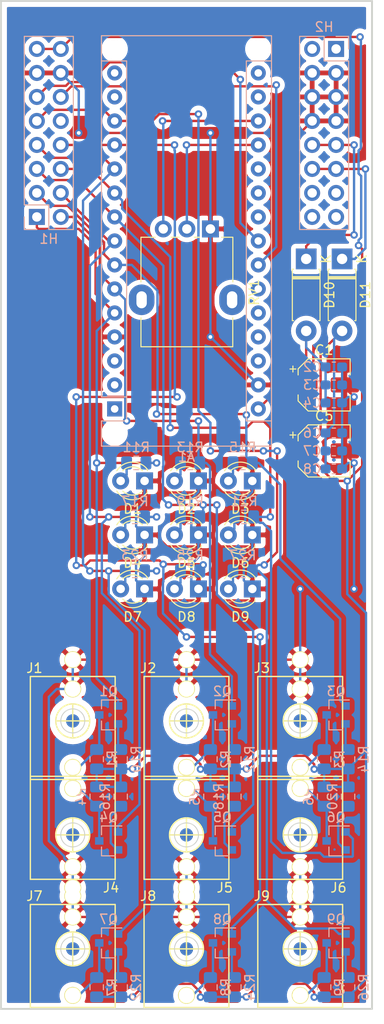
<source format=kicad_pcb>
(kicad_pcb (version 20171130) (host pcbnew "(5.1.0)-1")
  (layers (0 F.Cu signal) (31 B.Cu signal) (34 B.Paste user) (35 F.Paste user) (36 B.SilkS user) (37 F.SilkS user) (38 B.Mask user) (39 F.Mask user) (44 Edge.Cuts user))
  (net 0 "")
  (net 1 "Net-(A1-Pad16)")
  (net 2 "Net-(A1-Pad15)")
  (net 3 12V)
  (net 4 "Net-(A1-Pad14)")
  (net 5 GND)
  (net 6 Tr9)
  (net 7 "Net-(A1-Pad28)")
  (net 8 Tr8)
  (net 9 "Net-(A1-Pad27)")
  (net 10 Tr7)
  (net 11 "Net-(A1-Pad26)")
  (net 12 Tr6)
  (net 13 "Net-(A1-Pad25)")
  (net 14 Tr5)
  (net 15 SDC)
  (net 16 Tr4)
  (net 17 SDA)
  (net 18 Tr3)
  (net 19 "Net-(A1-Pad22)")
  (net 20 Tr2)
  (net 21 "Net-(A1-Pad21)")
  (net 22 Tr1)
  (net 23 "Net-(A1-Pad20)")
  (net 24 "Net-(A1-Pad19)")
  (net 25 "Net-(A1-Pad3)")
  (net 26 "Net-(A1-Pad18)")
  (net 27 "Net-(A1-Pad2)")
  (net 28 "Net-(A1-Pad17)")
  (net 29 "Net-(A1-Pad1)")
  (net 30 5V)
  (net 31 "Net-(D1-Pad2)")
  (net 32 "Net-(D2-Pad2)")
  (net 33 "Net-(D3-Pad2)")
  (net 34 "Net-(D4-Pad2)")
  (net 35 "Net-(D5-Pad2)")
  (net 36 "Net-(D6-Pad2)")
  (net 37 "Net-(D7-Pad2)")
  (net 38 "Net-(D8-Pad2)")
  (net 39 "Net-(D9-Pad2)")
  (net 40 "Net-(D10-Pad1)")
  (net 41 "Net-(D11-Pad1)")
  (net 42 "Net-(H1-Pad10)")
  (net 43 "Net-(H2-Pad16)")
  (net 44 "Net-(H2-Pad15)")
  (net 45 "Net-(H2-Pad14)")
  (net 46 "Net-(H2-Pad13)")
  (net 47 "Net-(H2-Pad2)")
  (net 48 "Net-(H2-Pad1)")
  (net 49 "Net-(J1-Pad3)")
  (net 50 "Net-(J2-Pad3)")
  (net 51 "Net-(J3-Pad3)")
  (net 52 "Net-(J4-Pad3)")
  (net 53 "Net-(J5-Pad3)")
  (net 54 "Net-(J6-Pad3)")
  (net 55 "Net-(J7-Pad3)")
  (net 56 "Net-(J8-Pad3)")
  (net 57 "Net-(J9-Pad3)")
  (net 58 "Net-(Q1-Pad2)")
  (net 59 "Net-(Q2-Pad2)")
  (net 60 "Net-(Q3-Pad2)")
  (net 61 "Net-(Q4-Pad2)")
  (net 62 "Net-(Q5-Pad2)")
  (net 63 "Net-(Q6-Pad2)")
  (net 64 "Net-(Q7-Pad2)")
  (net 65 "Net-(Q8-Pad2)")
  (net 66 "Net-(Q9-Pad2)")
  (module Potentiometer_THT:Potentiometer_Alpha_RD901F-40-00D_Single_Vertical (layer F.Cu) (at 90.805 74.93 270)
    (fp_text reference RV1 (at 6.71 -4.64 270) (layer F.SilkS))
    (fp_text value R_POT_US)
    (pad "" thru_hole oval (at 7.5 -2.3) (size 2.72 3.24) (drill oval 1.1 1.8) (layers *.Cu *.Mask))
    (pad "" thru_hole oval (at 7.5 7.3) (size 2.72 3.24) (drill oval 1.1 1.8) (layers *.Cu *.Mask))
    (pad 3 thru_hole circle (at 0 5) (size 1.8 1.8) (drill 1) (layers *.Cu *.Mask) (net 26 "Net-(A1-Pad18)"))
    (pad 2 thru_hole circle (at 0 2.5) (size 1.8 1.8) (drill 1) (layers *.Cu *.Mask) (net 24 "Net-(A1-Pad19)"))
    (pad 1 thru_hole rect (at 0 0) (size 1.8 1.8) (drill 1) (layers *.Cu *.Mask) (net 5 GND))
  )
  (module Resistor_SMD:R_0805_2012Metric_Pad1.15x1.40mm_HandSolder (layer B.Cu) (at 94.225 111.125 180)
    (fp_text reference R27 (at 0 1.65) (layer B.SilkS) (effects (justify mirror)))
    (fp_text value 200)
    (pad 2 smd roundrect (at 1.025 0 180) (size 1.15 1.4) (layers B.Cu B.Paste B.Mask) (roundrect_rratio 0.217391) (net 39 "Net-(D9-Pad2)"))
    (pad 1 smd roundrect (at -1.025 0 180) (size 1.15 1.4) (layers B.Cu B.Paste B.Mask) (roundrect_rratio 0.217391) (net 6 Tr9))
  )
  (module Resistor_SMD:R_0805_2012Metric_Pad1.15x1.40mm_HandSolder (layer B.Cu) (at 105.41 155.185 90)
    (fp_text reference R26 (at 0 1.65 90) (layer B.SilkS) (effects (justify mirror)))
    (fp_text value 2.2k)
    (pad 2 smd roundrect (at 1.025 0 90) (size 1.15 1.4) (layers B.Cu B.Paste B.Mask) (roundrect_rratio 0.217391) (net 66 "Net-(Q9-Pad2)"))
    (pad 1 smd roundrect (at -1.025 0 90) (size 1.15 1.4) (layers B.Cu B.Paste B.Mask) (roundrect_rratio 0.217391) (net 30 5V))
  )
  (module Resistor_SMD:R_0805_2012Metric_Pad1.15x1.40mm_HandSolder (layer B.Cu) (at 88.655 111.125 180)
    (fp_text reference R25 (at 0 1.65) (layer B.SilkS) (effects (justify mirror)))
    (fp_text value 200)
    (pad 2 smd roundrect (at 1.025 0 180) (size 1.15 1.4) (layers B.Cu B.Paste B.Mask) (roundrect_rratio 0.217391) (net 38 "Net-(D8-Pad2)"))
    (pad 1 smd roundrect (at -1.025 0 180) (size 1.15 1.4) (layers B.Cu B.Paste B.Mask) (roundrect_rratio 0.217391) (net 8 Tr8))
  )
  (module Resistor_SMD:R_0805_2012Metric_Pad1.15x1.40mm_HandSolder (layer B.Cu) (at 93.345 155.185 90)
    (fp_text reference R24 (at 0 1.65 90) (layer B.SilkS) (effects (justify mirror)))
    (fp_text value 2.2k)
    (pad 2 smd roundrect (at 1.025 0 90) (size 1.15 1.4) (layers B.Cu B.Paste B.Mask) (roundrect_rratio 0.217391) (net 65 "Net-(Q8-Pad2)"))
    (pad 1 smd roundrect (at -1.025 0 90) (size 1.15 1.4) (layers B.Cu B.Paste B.Mask) (roundrect_rratio 0.217391) (net 30 5V))
  )
  (module Resistor_SMD:R_0805_2012Metric_Pad1.15x1.40mm_HandSolder (layer B.Cu) (at 82.795 111.125 180)
    (fp_text reference R23 (at 0 1.65) (layer B.SilkS) (effects (justify mirror)))
    (fp_text value 200)
    (pad 2 smd roundrect (at 1.025 0 180) (size 1.15 1.4) (layers B.Cu B.Paste B.Mask) (roundrect_rratio 0.217391) (net 37 "Net-(D7-Pad2)"))
    (pad 1 smd roundrect (at -1.025 0 180) (size 1.15 1.4) (layers B.Cu B.Paste B.Mask) (roundrect_rratio 0.217391) (net 10 Tr7))
  )
  (module Resistor_SMD:R_0805_2012Metric_Pad1.15x1.40mm_HandSolder (layer B.Cu) (at 81.28 155.185 90)
    (fp_text reference R22 (at 0 1.65 90) (layer B.SilkS) (effects (justify mirror)))
    (fp_text value 2.2k)
    (pad 2 smd roundrect (at 1.025 0 90) (size 1.15 1.4) (layers B.Cu B.Paste B.Mask) (roundrect_rratio 0.217391) (net 64 "Net-(Q7-Pad2)"))
    (pad 1 smd roundrect (at -1.025 0 90) (size 1.15 1.4) (layers B.Cu B.Paste B.Mask) (roundrect_rratio 0.217391) (net 30 5V))
  )
  (module Resistor_SMD:R_0805_2012Metric_Pad1.15x1.40mm_HandSolder (layer B.Cu) (at 94.37 105.41 180)
    (fp_text reference R21 (at 0 1.65) (layer B.SilkS) (effects (justify mirror)))
    (fp_text value 200)
    (pad 2 smd roundrect (at 1.025 0 180) (size 1.15 1.4) (layers B.Cu B.Paste B.Mask) (roundrect_rratio 0.217391) (net 36 "Net-(D6-Pad2)"))
    (pad 1 smd roundrect (at -1.025 0 180) (size 1.15 1.4) (layers B.Cu B.Paste B.Mask) (roundrect_rratio 0.217391) (net 12 Tr6))
  )
  (module Resistor_SMD:R_0805_2012Metric_Pad1.15x1.40mm_HandSolder (layer B.Cu) (at 105.41 135.01 270)
    (fp_text reference R20 (at 0 1.65 90) (layer B.SilkS) (effects (justify mirror)))
    (fp_text value 2.2k)
    (pad 2 smd roundrect (at 1.025 0 270) (size 1.15 1.4) (layers B.Cu B.Paste B.Mask) (roundrect_rratio 0.217391) (net 63 "Net-(Q6-Pad2)"))
    (pad 1 smd roundrect (at -1.025 0 270) (size 1.15 1.4) (layers B.Cu B.Paste B.Mask) (roundrect_rratio 0.217391) (net 30 5V))
  )
  (module Resistor_SMD:R_0805_2012Metric_Pad1.15x1.40mm_HandSolder (layer B.Cu) (at 88.655 105.41 180)
    (fp_text reference R19 (at 0 1.65) (layer B.SilkS) (effects (justify mirror)))
    (fp_text value 200)
    (pad 2 smd roundrect (at 1.025 0 180) (size 1.15 1.4) (layers B.Cu B.Paste B.Mask) (roundrect_rratio 0.217391) (net 35 "Net-(D5-Pad2)"))
    (pad 1 smd roundrect (at -1.025 0 180) (size 1.15 1.4) (layers B.Cu B.Paste B.Mask) (roundrect_rratio 0.217391) (net 14 Tr5))
  )
  (module Resistor_SMD:R_0805_2012Metric_Pad1.15x1.40mm_HandSolder (layer B.Cu) (at 93.345 135.01 270)
    (fp_text reference R18 (at 0 1.65 90) (layer B.SilkS) (effects (justify mirror)))
    (fp_text value 2.2k)
    (pad 2 smd roundrect (at 1.025 0 270) (size 1.15 1.4) (layers B.Cu B.Paste B.Mask) (roundrect_rratio 0.217391) (net 62 "Net-(Q5-Pad2)"))
    (pad 1 smd roundrect (at -1.025 0 270) (size 1.15 1.4) (layers B.Cu B.Paste B.Mask) (roundrect_rratio 0.217391) (net 30 5V))
  )
  (module Resistor_SMD:R_0805_2012Metric_Pad1.15x1.40mm_HandSolder (layer B.Cu) (at 82.795 105.41 180)
    (fp_text reference R17 (at 0 1.65) (layer B.SilkS) (effects (justify mirror)))
    (fp_text value 200)
    (pad 2 smd roundrect (at 1.025 0 180) (size 1.15 1.4) (layers B.Cu B.Paste B.Mask) (roundrect_rratio 0.217391) (net 34 "Net-(D4-Pad2)"))
    (pad 1 smd roundrect (at -1.025 0 180) (size 1.15 1.4) (layers B.Cu B.Paste B.Mask) (roundrect_rratio 0.217391) (net 16 Tr4))
  )
  (module Resistor_SMD:R_0805_2012Metric_Pad1.15x1.40mm_HandSolder (layer B.Cu) (at 81.28 135.01 270)
    (fp_text reference R16 (at 0 1.65 90) (layer B.SilkS) (effects (justify mirror)))
    (fp_text value 2.2k)
    (pad 2 smd roundrect (at 1.025 0 270) (size 1.15 1.4) (layers B.Cu B.Paste B.Mask) (roundrect_rratio 0.217391) (net 61 "Net-(Q4-Pad2)"))
    (pad 1 smd roundrect (at -1.025 0 270) (size 1.15 1.4) (layers B.Cu B.Paste B.Mask) (roundrect_rratio 0.217391) (net 30 5V))
  )
  (module Resistor_SMD:R_0805_2012Metric_Pad1.15x1.40mm_HandSolder (layer B.Cu) (at 94.225 99.695 180)
    (fp_text reference R15 (at 0 1.65) (layer B.SilkS) (effects (justify mirror)))
    (fp_text value 200)
    (pad 2 smd roundrect (at 1.025 0 180) (size 1.15 1.4) (layers B.Cu B.Paste B.Mask) (roundrect_rratio 0.217391) (net 33 "Net-(D3-Pad2)"))
    (pad 1 smd roundrect (at -1.025 0 180) (size 1.15 1.4) (layers B.Cu B.Paste B.Mask) (roundrect_rratio 0.217391) (net 18 Tr3))
  )
  (module Resistor_SMD:R_0805_2012Metric_Pad1.15x1.40mm_HandSolder (layer B.Cu) (at 105.41 131.055 90)
    (fp_text reference R14 (at 0 1.65 90) (layer B.SilkS) (effects (justify mirror)))
    (fp_text value 2.2k)
    (pad 2 smd roundrect (at 1.025 0 90) (size 1.15 1.4) (layers B.Cu B.Paste B.Mask) (roundrect_rratio 0.217391) (net 60 "Net-(Q3-Pad2)"))
    (pad 1 smd roundrect (at -1.025 0 90) (size 1.15 1.4) (layers B.Cu B.Paste B.Mask) (roundrect_rratio 0.217391) (net 30 5V))
  )
  (module Resistor_SMD:R_0805_2012Metric_Pad1.15x1.40mm_HandSolder (layer B.Cu) (at 88.655 99.695 180)
    (fp_text reference R13 (at 0 1.65) (layer B.SilkS) (effects (justify mirror)))
    (fp_text value 200)
    (pad 2 smd roundrect (at 1.025 0 180) (size 1.15 1.4) (layers B.Cu B.Paste B.Mask) (roundrect_rratio 0.217391) (net 32 "Net-(D2-Pad2)"))
    (pad 1 smd roundrect (at -1.025 0 180) (size 1.15 1.4) (layers B.Cu B.Paste B.Mask) (roundrect_rratio 0.217391) (net 20 Tr2))
  )
  (module Resistor_SMD:R_0805_2012Metric_Pad1.15x1.40mm_HandSolder (layer B.Cu) (at 93.345 131.055 90)
    (fp_text reference R12 (at 0 1.65 90) (layer B.SilkS) (effects (justify mirror)))
    (fp_text value 2.2k)
    (pad 2 smd roundrect (at 1.025 0 90) (size 1.15 1.4) (layers B.Cu B.Paste B.Mask) (roundrect_rratio 0.217391) (net 59 "Net-(Q2-Pad2)"))
    (pad 1 smd roundrect (at -1.025 0 90) (size 1.15 1.4) (layers B.Cu B.Paste B.Mask) (roundrect_rratio 0.217391) (net 30 5V))
  )
  (module Resistor_SMD:R_0805_2012Metric_Pad1.15x1.40mm_HandSolder (layer B.Cu) (at 82.94 99.695 180)
    (fp_text reference R11 (at 0 1.65) (layer B.SilkS) (effects (justify mirror)))
    (fp_text value 200)
    (pad 2 smd roundrect (at 1.025 0 180) (size 1.15 1.4) (layers B.Cu B.Paste B.Mask) (roundrect_rratio 0.217391) (net 31 "Net-(D1-Pad2)"))
    (pad 1 smd roundrect (at -1.025 0 180) (size 1.15 1.4) (layers B.Cu B.Paste B.Mask) (roundrect_rratio 0.217391) (net 22 Tr1))
  )
  (module Resistor_SMD:R_0805_2012Metric_Pad1.15x1.40mm_HandSolder (layer B.Cu) (at 81.28 131.055 90)
    (fp_text reference R10 (at 0 1.65 90) (layer B.SilkS) (effects (justify mirror)))
    (fp_text value 2.2k)
    (pad 2 smd roundrect (at 1.025 0 90) (size 1.15 1.4) (layers B.Cu B.Paste B.Mask) (roundrect_rratio 0.217391) (net 58 "Net-(Q1-Pad2)"))
    (pad 1 smd roundrect (at -1.025 0 90) (size 1.15 1.4) (layers B.Cu B.Paste B.Mask) (roundrect_rratio 0.217391) (net 30 5V))
  )
  (module Resistor_SMD:R_0805_2012Metric_Pad1.15x1.40mm_HandSolder (layer B.Cu) (at 102.87 155.185 90)
    (fp_text reference R9 (at 0 1.65 90) (layer B.SilkS) (effects (justify mirror)))
    (fp_text value 6.8k)
    (pad 2 smd roundrect (at 1.025 0 90) (size 1.15 1.4) (layers B.Cu B.Paste B.Mask) (roundrect_rratio 0.217391) (net 57 "Net-(J9-Pad3)"))
    (pad 1 smd roundrect (at -1.025 0 90) (size 1.15 1.4) (layers B.Cu B.Paste B.Mask) (roundrect_rratio 0.217391) (net 30 5V))
  )
  (module Resistor_SMD:R_0805_2012Metric_Pad1.15x1.40mm_HandSolder (layer B.Cu) (at 90.805 155.185 90)
    (fp_text reference R8 (at 0 1.65 90) (layer B.SilkS) (effects (justify mirror)))
    (fp_text value 6.8k)
    (pad 2 smd roundrect (at 1.025 0 90) (size 1.15 1.4) (layers B.Cu B.Paste B.Mask) (roundrect_rratio 0.217391) (net 56 "Net-(J8-Pad3)"))
    (pad 1 smd roundrect (at -1.025 0 90) (size 1.15 1.4) (layers B.Cu B.Paste B.Mask) (roundrect_rratio 0.217391) (net 30 5V))
  )
  (module Resistor_SMD:R_0805_2012Metric_Pad1.15x1.40mm_HandSolder (layer B.Cu) (at 78.74 155.185 90)
    (fp_text reference R7 (at 0 1.65 90) (layer B.SilkS) (effects (justify mirror)))
    (fp_text value 6.8k)
    (pad 2 smd roundrect (at 1.025 0 90) (size 1.15 1.4) (layers B.Cu B.Paste B.Mask) (roundrect_rratio 0.217391) (net 55 "Net-(J7-Pad3)"))
    (pad 1 smd roundrect (at -1.025 0 90) (size 1.15 1.4) (layers B.Cu B.Paste B.Mask) (roundrect_rratio 0.217391) (net 30 5V))
  )
  (module Resistor_SMD:R_0805_2012Metric_Pad1.15x1.40mm_HandSolder (layer B.Cu) (at 102.87 135.01 270)
    (fp_text reference R6 (at 0 1.65 90) (layer B.SilkS) (effects (justify mirror)))
    (fp_text value 6.8k)
    (pad 2 smd roundrect (at 1.025 0 270) (size 1.15 1.4) (layers B.Cu B.Paste B.Mask) (roundrect_rratio 0.217391) (net 54 "Net-(J6-Pad3)"))
    (pad 1 smd roundrect (at -1.025 0 270) (size 1.15 1.4) (layers B.Cu B.Paste B.Mask) (roundrect_rratio 0.217391) (net 30 5V))
  )
  (module Resistor_SMD:R_0805_2012Metric_Pad1.15x1.40mm_HandSolder (layer B.Cu) (at 90.805 135.01 270)
    (fp_text reference R5 (at 0 1.65 90) (layer B.SilkS) (effects (justify mirror)))
    (fp_text value 6.8k)
    (pad 2 smd roundrect (at 1.025 0 270) (size 1.15 1.4) (layers B.Cu B.Paste B.Mask) (roundrect_rratio 0.217391) (net 53 "Net-(J5-Pad3)"))
    (pad 1 smd roundrect (at -1.025 0 270) (size 1.15 1.4) (layers B.Cu B.Paste B.Mask) (roundrect_rratio 0.217391) (net 30 5V))
  )
  (module Resistor_SMD:R_0805_2012Metric_Pad1.15x1.40mm_HandSolder (layer B.Cu) (at 78.74 135.01 270)
    (fp_text reference R4 (at 0 1.65 90) (layer B.SilkS) (effects (justify mirror)))
    (fp_text value 6.8k)
    (pad 2 smd roundrect (at 1.025 0 270) (size 1.15 1.4) (layers B.Cu B.Paste B.Mask) (roundrect_rratio 0.217391) (net 52 "Net-(J4-Pad3)"))
    (pad 1 smd roundrect (at -1.025 0 270) (size 1.15 1.4) (layers B.Cu B.Paste B.Mask) (roundrect_rratio 0.217391) (net 30 5V))
  )
  (module Resistor_SMD:R_0805_2012Metric_Pad1.15x1.40mm_HandSolder (layer B.Cu) (at 102.87 131.055 90)
    (fp_text reference R3 (at 0 1.65 90) (layer B.SilkS) (effects (justify mirror)))
    (fp_text value 6.8k)
    (pad 2 smd roundrect (at 1.025 0 90) (size 1.15 1.4) (layers B.Cu B.Paste B.Mask) (roundrect_rratio 0.217391) (net 51 "Net-(J3-Pad3)"))
    (pad 1 smd roundrect (at -1.025 0 90) (size 1.15 1.4) (layers B.Cu B.Paste B.Mask) (roundrect_rratio 0.217391) (net 30 5V))
  )
  (module Resistor_SMD:R_0805_2012Metric_Pad1.15x1.40mm_HandSolder (layer B.Cu) (at 90.805 131.055 90)
    (fp_text reference R2 (at 0 1.65 90) (layer B.SilkS) (effects (justify mirror)))
    (fp_text value 6.8k)
    (pad 2 smd roundrect (at 1.025 0 90) (size 1.15 1.4) (layers B.Cu B.Paste B.Mask) (roundrect_rratio 0.217391) (net 50 "Net-(J2-Pad3)"))
    (pad 1 smd roundrect (at -1.025 0 90) (size 1.15 1.4) (layers B.Cu B.Paste B.Mask) (roundrect_rratio 0.217391) (net 30 5V))
  )
  (module Resistor_SMD:R_0805_2012Metric_Pad1.15x1.40mm_HandSolder (layer B.Cu) (at 78.74 131.055 90)
    (fp_text reference R1 (at 0 1.65 90) (layer B.SilkS) (effects (justify mirror)))
    (fp_text value 6.8k)
    (pad 2 smd roundrect (at 1.025 0 90) (size 1.15 1.4) (layers B.Cu B.Paste B.Mask) (roundrect_rratio 0.217391) (net 49 "Net-(J1-Pad3)"))
    (pad 1 smd roundrect (at -1.025 0 90) (size 1.15 1.4) (layers B.Cu B.Paste B.Mask) (roundrect_rratio 0.217391) (net 30 5V))
  )
  (module Package_TO_SOT_SMD:SOT-23 (layer B.Cu) (at 104.14 150.495 180)
    (fp_text reference Q9 (at 0 2.5) (layer B.SilkS) (effects (justify mirror)))
    (fp_text value 2N3904)
    (pad 3 smd rect (at 1 0 180) (size 0.9 0.8) (layers B.Cu B.Paste B.Mask) (net 57 "Net-(J9-Pad3)"))
    (pad 2 smd rect (at -1 -0.95 180) (size 0.9 0.8) (layers B.Cu B.Paste B.Mask) (net 66 "Net-(Q9-Pad2)"))
    (pad 1 smd rect (at -1 0.95 180) (size 0.9 0.8) (layers B.Cu B.Paste B.Mask) (net 6 Tr9))
  )
  (module Package_TO_SOT_SMD:SOT-23 (layer B.Cu) (at 92.075 150.495 180)
    (fp_text reference Q8 (at 0 2.5) (layer B.SilkS) (effects (justify mirror)))
    (fp_text value 2N3904)
    (pad 3 smd rect (at 1 0 180) (size 0.9 0.8) (layers B.Cu B.Paste B.Mask) (net 56 "Net-(J8-Pad3)"))
    (pad 2 smd rect (at -1 -0.95 180) (size 0.9 0.8) (layers B.Cu B.Paste B.Mask) (net 65 "Net-(Q8-Pad2)"))
    (pad 1 smd rect (at -1 0.95 180) (size 0.9 0.8) (layers B.Cu B.Paste B.Mask) (net 8 Tr8))
  )
  (module Package_TO_SOT_SMD:SOT-23 (layer B.Cu) (at 80.01 150.495 180)
    (fp_text reference Q7 (at 0 2.5) (layer B.SilkS) (effects (justify mirror)))
    (fp_text value 2N3904)
    (pad 3 smd rect (at 1 0 180) (size 0.9 0.8) (layers B.Cu B.Paste B.Mask) (net 55 "Net-(J7-Pad3)"))
    (pad 2 smd rect (at -1 -0.95 180) (size 0.9 0.8) (layers B.Cu B.Paste B.Mask) (net 64 "Net-(Q7-Pad2)"))
    (pad 1 smd rect (at -1 0.95 180) (size 0.9 0.8) (layers B.Cu B.Paste B.Mask) (net 10 Tr7))
  )
  (module Package_TO_SOT_SMD:SOT-23 (layer B.Cu) (at 104.14 139.7 180)
    (fp_text reference Q6 (at 0 2.5) (layer B.SilkS) (effects (justify mirror)))
    (fp_text value 2N3904)
    (pad 3 smd rect (at 1 0 180) (size 0.9 0.8) (layers B.Cu B.Paste B.Mask) (net 54 "Net-(J6-Pad3)"))
    (pad 2 smd rect (at -1 -0.95 180) (size 0.9 0.8) (layers B.Cu B.Paste B.Mask) (net 63 "Net-(Q6-Pad2)"))
    (pad 1 smd rect (at -1 0.95 180) (size 0.9 0.8) (layers B.Cu B.Paste B.Mask) (net 12 Tr6))
  )
  (module Package_TO_SOT_SMD:SOT-23 (layer B.Cu) (at 92.075 139.7 180)
    (fp_text reference Q5 (at 0 2.5) (layer B.SilkS) (effects (justify mirror)))
    (fp_text value 2N3904)
    (pad 3 smd rect (at 1 0 180) (size 0.9 0.8) (layers B.Cu B.Paste B.Mask) (net 53 "Net-(J5-Pad3)"))
    (pad 2 smd rect (at -1 -0.95 180) (size 0.9 0.8) (layers B.Cu B.Paste B.Mask) (net 62 "Net-(Q5-Pad2)"))
    (pad 1 smd rect (at -1 0.95 180) (size 0.9 0.8) (layers B.Cu B.Paste B.Mask) (net 14 Tr5))
  )
  (module Package_TO_SOT_SMD:SOT-23 (layer B.Cu) (at 80.01 139.7 180)
    (fp_text reference Q4 (at 0 2.5) (layer B.SilkS) (effects (justify mirror)))
    (fp_text value 2N3904)
    (pad 3 smd rect (at 1 0 180) (size 0.9 0.8) (layers B.Cu B.Paste B.Mask) (net 52 "Net-(J4-Pad3)"))
    (pad 2 smd rect (at -1 -0.95 180) (size 0.9 0.8) (layers B.Cu B.Paste B.Mask) (net 61 "Net-(Q4-Pad2)"))
    (pad 1 smd rect (at -1 0.95 180) (size 0.9 0.8) (layers B.Cu B.Paste B.Mask) (net 16 Tr4))
  )
  (module Package_TO_SOT_SMD:SOT-23 (layer B.Cu) (at 104.14 126.365 180)
    (fp_text reference Q3 (at 0 2.5) (layer B.SilkS) (effects (justify mirror)))
    (fp_text value 2N3904)
    (pad 3 smd rect (at 1 0 180) (size 0.9 0.8) (layers B.Cu B.Paste B.Mask) (net 51 "Net-(J3-Pad3)"))
    (pad 2 smd rect (at -1 -0.95 180) (size 0.9 0.8) (layers B.Cu B.Paste B.Mask) (net 60 "Net-(Q3-Pad2)"))
    (pad 1 smd rect (at -1 0.95 180) (size 0.9 0.8) (layers B.Cu B.Paste B.Mask) (net 18 Tr3))
  )
  (module Package_TO_SOT_SMD:SOT-23 (layer B.Cu) (at 92.075 126.365 180)
    (fp_text reference Q2 (at 0 2.5) (layer B.SilkS) (effects (justify mirror)))
    (fp_text value 2N3904)
    (pad 3 smd rect (at 1 0 180) (size 0.9 0.8) (layers B.Cu B.Paste B.Mask) (net 50 "Net-(J2-Pad3)"))
    (pad 2 smd rect (at -1 -0.95 180) (size 0.9 0.8) (layers B.Cu B.Paste B.Mask) (net 59 "Net-(Q2-Pad2)"))
    (pad 1 smd rect (at -1 0.95 180) (size 0.9 0.8) (layers B.Cu B.Paste B.Mask) (net 20 Tr2))
  )
  (module Package_TO_SOT_SMD:SOT-23 (layer B.Cu) (at 80.01 126.365 180)
    (fp_text reference Q1 (at 0 2.5) (layer B.SilkS) (effects (justify mirror)))
    (fp_text value 2N3904)
    (pad 3 smd rect (at 1 0 180) (size 0.9 0.8) (layers B.Cu B.Paste B.Mask) (net 49 "Net-(J1-Pad3)"))
    (pad 2 smd rect (at -1 -0.95 180) (size 0.9 0.8) (layers B.Cu B.Paste B.Mask) (net 58 "Net-(Q1-Pad2)"))
    (pad 1 smd rect (at -1 0.95 180) (size 0.9 0.8) (layers B.Cu B.Paste B.Mask) (net 22 Tr1))
  )
  (module eurorack:PJ301M-12 (layer F.Cu) (at 100.33 151.13 180)
    (fp_text reference J9 (at 4.064 5.588) (layer F.SilkS))
    (fp_text value PJ301M-12)
    (pad 3 thru_hole circle (at 0 -4.92 180) (size 1.8 1.8) (drill 1.6) (layers *.Cu *.Mask F.SilkS) (net 57 "Net-(J9-Pad3)"))
    (pad 1 thru_hole circle (at 0 6.48 180) (size 1.8 1.8) (drill 1.6) (layers *.Cu *.Mask F.SilkS) (net 5 GND))
    (pad 2 thru_hole circle (at 0 3.38 180) (size 1.8 1.8) (drill 1.6) (layers *.Cu *.Mask F.SilkS) (net 5 GND))
  )
  (module eurorack:PJ301M-12 (layer F.Cu) (at 88.265 151.13 180)
    (fp_text reference J8 (at 4.064 5.588) (layer F.SilkS))
    (fp_text value PJ301M-12)
    (pad 3 thru_hole circle (at 0 -4.92 180) (size 1.8 1.8) (drill 1.6) (layers *.Cu *.Mask F.SilkS) (net 56 "Net-(J8-Pad3)"))
    (pad 1 thru_hole circle (at 0 6.48 180) (size 1.8 1.8) (drill 1.6) (layers *.Cu *.Mask F.SilkS) (net 5 GND))
    (pad 2 thru_hole circle (at 0 3.38 180) (size 1.8 1.8) (drill 1.6) (layers *.Cu *.Mask F.SilkS) (net 5 GND))
  )
  (module eurorack:PJ301M-12 (layer F.Cu) (at 76.2 151.13 180)
    (fp_text reference J7 (at 4.064 5.588) (layer F.SilkS))
    (fp_text value PJ301M-12)
    (pad 3 thru_hole circle (at 0 -4.92 180) (size 1.8 1.8) (drill 1.6) (layers *.Cu *.Mask F.SilkS) (net 55 "Net-(J7-Pad3)"))
    (pad 1 thru_hole circle (at 0 6.48 180) (size 1.8 1.8) (drill 1.6) (layers *.Cu *.Mask F.SilkS) (net 5 GND))
    (pad 2 thru_hole circle (at 0 3.38 180) (size 1.8 1.8) (drill 1.6) (layers *.Cu *.Mask F.SilkS) (net 5 GND))
  )
  (module eurorack:PJ301M-12 (layer F.Cu) (at 100.33 139.065)
    (fp_text reference J6 (at 4.064 5.588) (layer F.SilkS))
    (fp_text value PJ301M-12)
    (pad 3 thru_hole circle (at 0 -4.92) (size 1.8 1.8) (drill 1.6) (layers *.Cu *.Mask F.SilkS) (net 54 "Net-(J6-Pad3)"))
    (pad 1 thru_hole circle (at 0 6.48) (size 1.8 1.8) (drill 1.6) (layers *.Cu *.Mask F.SilkS) (net 5 GND))
    (pad 2 thru_hole circle (at 0 3.38) (size 1.8 1.8) (drill 1.6) (layers *.Cu *.Mask F.SilkS) (net 5 GND))
  )
  (module eurorack:PJ301M-12 (layer F.Cu) (at 88.265 139.065)
    (fp_text reference J5 (at 4.064 5.588) (layer F.SilkS))
    (fp_text value PJ301M-12)
    (pad 3 thru_hole circle (at 0 -4.92) (size 1.8 1.8) (drill 1.6) (layers *.Cu *.Mask F.SilkS) (net 53 "Net-(J5-Pad3)"))
    (pad 1 thru_hole circle (at 0 6.48) (size 1.8 1.8) (drill 1.6) (layers *.Cu *.Mask F.SilkS) (net 5 GND))
    (pad 2 thru_hole circle (at 0 3.38) (size 1.8 1.8) (drill 1.6) (layers *.Cu *.Mask F.SilkS) (net 5 GND))
  )
  (module eurorack:PJ301M-12 (layer F.Cu) (at 76.2 139.065)
    (fp_text reference J4 (at 4.064 5.588) (layer F.SilkS))
    (fp_text value PJ301M-12)
    (pad 3 thru_hole circle (at 0 -4.92) (size 1.8 1.8) (drill 1.6) (layers *.Cu *.Mask F.SilkS) (net 52 "Net-(J4-Pad3)"))
    (pad 1 thru_hole circle (at 0 6.48) (size 1.8 1.8) (drill 1.6) (layers *.Cu *.Mask F.SilkS) (net 5 GND))
    (pad 2 thru_hole circle (at 0 3.38) (size 1.8 1.8) (drill 1.6) (layers *.Cu *.Mask F.SilkS) (net 5 GND))
  )
  (module eurorack:PJ301M-12 (layer F.Cu) (at 100.33 127 180)
    (fp_text reference J3 (at 4.064 5.588) (layer F.SilkS))
    (fp_text value PJ301M-12)
    (pad 3 thru_hole circle (at 0 -4.92 180) (size 1.8 1.8) (drill 1.6) (layers *.Cu *.Mask F.SilkS) (net 51 "Net-(J3-Pad3)"))
    (pad 1 thru_hole circle (at 0 6.48 180) (size 1.8 1.8) (drill 1.6) (layers *.Cu *.Mask F.SilkS) (net 5 GND))
    (pad 2 thru_hole circle (at 0 3.38 180) (size 1.8 1.8) (drill 1.6) (layers *.Cu *.Mask F.SilkS) (net 5 GND))
  )
  (module eurorack:PJ301M-12 (layer F.Cu) (at 88.265 127 180)
    (fp_text reference J2 (at 4.064 5.588) (layer F.SilkS))
    (fp_text value PJ301M-12)
    (pad 3 thru_hole circle (at 0 -4.92 180) (size 1.8 1.8) (drill 1.6) (layers *.Cu *.Mask F.SilkS) (net 50 "Net-(J2-Pad3)"))
    (pad 1 thru_hole circle (at 0 6.48 180) (size 1.8 1.8) (drill 1.6) (layers *.Cu *.Mask F.SilkS) (net 5 GND))
    (pad 2 thru_hole circle (at 0 3.38 180) (size 1.8 1.8) (drill 1.6) (layers *.Cu *.Mask F.SilkS) (net 5 GND))
  )
  (module eurorack:PJ301M-12 (layer F.Cu) (at 76.2 127 180)
    (fp_text reference J1 (at 4.064 5.588) (layer F.SilkS))
    (fp_text value PJ301M-12)
    (pad 3 thru_hole circle (at 0 -4.92 180) (size 1.8 1.8) (drill 1.6) (layers *.Cu *.Mask F.SilkS) (net 49 "Net-(J1-Pad3)"))
    (pad 1 thru_hole circle (at 0 6.48 180) (size 1.8 1.8) (drill 1.6) (layers *.Cu *.Mask F.SilkS) (net 5 GND))
    (pad 2 thru_hole circle (at 0 3.38 180) (size 1.8 1.8) (drill 1.6) (layers *.Cu *.Mask F.SilkS) (net 5 GND))
  )
  (module Connector_PinHeader_2.54mm:PinHeader_2x08_P2.54mm_Vertical (layer B.Cu) (at 104.14 55.88 180)
    (fp_text reference H2 (at 1.27 2.33) (layer B.SilkS) (effects (justify mirror)))
    (fp_text value PIN_HEADER_2x8)
    (pad 16 thru_hole oval (at 2.54 -17.78 180) (size 1.7 1.7) (drill 1) (layers *.Cu *.Mask) (net 43 "Net-(H2-Pad16)"))
    (pad 15 thru_hole oval (at 0 -17.78 180) (size 1.7 1.7) (drill 1) (layers *.Cu *.Mask) (net 44 "Net-(H2-Pad15)"))
    (pad 14 thru_hole oval (at 2.54 -15.24 180) (size 1.7 1.7) (drill 1) (layers *.Cu *.Mask) (net 45 "Net-(H2-Pad14)"))
    (pad 13 thru_hole oval (at 0 -15.24 180) (size 1.7 1.7) (drill 1) (layers *.Cu *.Mask) (net 46 "Net-(H2-Pad13)"))
    (pad 12 thru_hole oval (at 2.54 -12.7 180) (size 1.7 1.7) (drill 1) (layers *.Cu *.Mask) (net 41 "Net-(D11-Pad1)"))
    (pad 11 thru_hole oval (at 0 -12.7 180) (size 1.7 1.7) (drill 1) (layers *.Cu *.Mask) (net 41 "Net-(D11-Pad1)"))
    (pad 10 thru_hole oval (at 2.54 -10.16 180) (size 1.7 1.7) (drill 1) (layers *.Cu *.Mask) (net 40 "Net-(D10-Pad1)"))
    (pad 9 thru_hole oval (at 0 -10.16 180) (size 1.7 1.7) (drill 1) (layers *.Cu *.Mask) (net 40 "Net-(D10-Pad1)"))
    (pad 8 thru_hole oval (at 2.54 -7.62 180) (size 1.7 1.7) (drill 1) (layers *.Cu *.Mask) (net 5 GND))
    (pad 7 thru_hole oval (at 0 -7.62 180) (size 1.7 1.7) (drill 1) (layers *.Cu *.Mask) (net 5 GND))
    (pad 6 thru_hole oval (at 2.54 -5.08 180) (size 1.7 1.7) (drill 1) (layers *.Cu *.Mask) (net 5 GND))
    (pad 5 thru_hole oval (at 0 -5.08 180) (size 1.7 1.7) (drill 1) (layers *.Cu *.Mask) (net 5 GND))
    (pad 4 thru_hole oval (at 2.54 -2.54 180) (size 1.7 1.7) (drill 1) (layers *.Cu *.Mask) (net 5 GND))
    (pad 3 thru_hole oval (at 0 -2.54 180) (size 1.7 1.7) (drill 1) (layers *.Cu *.Mask) (net 5 GND))
    (pad 2 thru_hole oval (at 2.54 0 180) (size 1.7 1.7) (drill 1) (layers *.Cu *.Mask) (net 47 "Net-(H2-Pad2)"))
    (pad 1 thru_hole rect (at 0 0 180) (size 1.7 1.7) (drill 1) (layers *.Cu *.Mask) (net 48 "Net-(H2-Pad1)"))
  )
  (module Connector_PinHeader_2.54mm:PinHeader_2x08_P2.54mm_Vertical (layer B.Cu) (at 72.39 73.66)
    (fp_text reference H1 (at 1.27 2.33) (layer B.SilkS) (effects (justify mirror)))
    (fp_text value Expander)
    (pad 16 thru_hole oval (at 2.54 -17.78) (size 1.7 1.7) (drill 1) (layers *.Cu *.Mask) (net 30 5V))
    (pad 15 thru_hole oval (at 0 -17.78) (size 1.7 1.7) (drill 1) (layers *.Cu *.Mask) (net 30 5V))
    (pad 14 thru_hole oval (at 2.54 -15.24) (size 1.7 1.7) (drill 1) (layers *.Cu *.Mask) (net 5 GND))
    (pad 13 thru_hole oval (at 0 -15.24) (size 1.7 1.7) (drill 1) (layers *.Cu *.Mask) (net 5 GND))
    (pad 12 thru_hole oval (at 2.54 -12.7) (size 1.7 1.7) (drill 1) (layers *.Cu *.Mask) (net 15 SDC))
    (pad 11 thru_hole oval (at 0 -12.7) (size 1.7 1.7) (drill 1) (layers *.Cu *.Mask) (net 17 SDA))
    (pad 10 thru_hole oval (at 2.54 -10.16) (size 1.7 1.7) (drill 1) (layers *.Cu *.Mask) (net 42 "Net-(H1-Pad10)"))
    (pad 9 thru_hole oval (at 0 -10.16) (size 1.7 1.7) (drill 1) (layers *.Cu *.Mask) (net 6 Tr9))
    (pad 8 thru_hole oval (at 2.54 -7.62) (size 1.7 1.7) (drill 1) (layers *.Cu *.Mask) (net 8 Tr8))
    (pad 7 thru_hole oval (at 0 -7.62) (size 1.7 1.7) (drill 1) (layers *.Cu *.Mask) (net 10 Tr7))
    (pad 6 thru_hole oval (at 2.54 -5.08) (size 1.7 1.7) (drill 1) (layers *.Cu *.Mask) (net 12 Tr6))
    (pad 5 thru_hole oval (at 0 -5.08) (size 1.7 1.7) (drill 1) (layers *.Cu *.Mask) (net 14 Tr5))
    (pad 4 thru_hole oval (at 2.54 -2.54) (size 1.7 1.7) (drill 1) (layers *.Cu *.Mask) (net 16 Tr4))
    (pad 3 thru_hole oval (at 0 -2.54) (size 1.7 1.7) (drill 1) (layers *.Cu *.Mask) (net 18 Tr3))
    (pad 2 thru_hole oval (at 2.54 0) (size 1.7 1.7) (drill 1) (layers *.Cu *.Mask) (net 20 Tr2))
    (pad 1 thru_hole rect (at 0 0) (size 1.7 1.7) (drill 1) (layers *.Cu *.Mask) (net 22 Tr1))
  )
  (module Diode_THT:D_DO-41_SOD81_P7.62mm_Horizontal (layer F.Cu) (at 104.775 78.105 270)
    (fp_text reference D11 (at 3.81 -2.47 90) (layer F.SilkS))
    (fp_text value 1N4006)
    (fp_text user K (at 0 -2.1 90) (layer F.SilkS))
    (pad 2 thru_hole oval (at 7.62 0 270) (size 2.2 2.2) (drill 1.1) (layers *.Cu *.Mask) (net 30 5V))
    (pad 1 thru_hole rect (at 0 0 270) (size 2.2 2.2) (drill 1.1) (layers *.Cu *.Mask) (net 41 "Net-(D11-Pad1)"))
  )
  (module Diode_THT:D_DO-41_SOD81_P7.62mm_Horizontal (layer F.Cu) (at 100.965 78.105 270)
    (fp_text reference D10 (at 3.81 -2.47 90) (layer F.SilkS))
    (fp_text value 1N4006)
    (fp_text user K (at 0 -2.1 90) (layer F.SilkS))
    (pad 2 thru_hole oval (at 7.62 0 270) (size 2.2 2.2) (drill 1.1) (layers *.Cu *.Mask) (net 3 12V))
    (pad 1 thru_hole rect (at 0 0 270) (size 2.2 2.2) (drill 1.1) (layers *.Cu *.Mask) (net 40 "Net-(D10-Pad1)"))
  )
  (module LED_THT:LED_D3.0mm_FlatTop (layer F.Cu) (at 95.25 113.03 180)
    (fp_text reference D9 (at 1.27 -2.96) (layer F.SilkS))
    (fp_text value LED)
    (pad 2 thru_hole circle (at 2.54 0 180) (size 1.8 1.8) (drill 0.9) (layers *.Cu *.Mask) (net 39 "Net-(D9-Pad2)"))
    (pad 1 thru_hole rect (at 0 0 180) (size 1.8 1.8) (drill 0.9) (layers *.Cu *.Mask) (net 5 GND))
  )
  (module LED_THT:LED_D3.0mm_FlatTop (layer F.Cu) (at 89.535 113.03 180)
    (fp_text reference D8 (at 1.27 -2.96) (layer F.SilkS))
    (fp_text value LED)
    (pad 2 thru_hole circle (at 2.54 0 180) (size 1.8 1.8) (drill 0.9) (layers *.Cu *.Mask) (net 38 "Net-(D8-Pad2)"))
    (pad 1 thru_hole rect (at 0 0 180) (size 1.8 1.8) (drill 0.9) (layers *.Cu *.Mask) (net 5 GND))
  )
  (module LED_THT:LED_D3.0mm_FlatTop (layer F.Cu) (at 83.82 113.03 180)
    (fp_text reference D7 (at 1.27 -2.96) (layer F.SilkS))
    (fp_text value LED)
    (pad 2 thru_hole circle (at 2.54 0 180) (size 1.8 1.8) (drill 0.9) (layers *.Cu *.Mask) (net 37 "Net-(D7-Pad2)"))
    (pad 1 thru_hole rect (at 0 0 180) (size 1.8 1.8) (drill 0.9) (layers *.Cu *.Mask) (net 5 GND))
  )
  (module LED_THT:LED_D3.0mm_FlatTop (layer F.Cu) (at 95.25 107.315 180)
    (fp_text reference D6 (at 1.27 -2.96) (layer F.SilkS))
    (fp_text value LED)
    (pad 2 thru_hole circle (at 2.54 0 180) (size 1.8 1.8) (drill 0.9) (layers *.Cu *.Mask) (net 36 "Net-(D6-Pad2)"))
    (pad 1 thru_hole rect (at 0 0 180) (size 1.8 1.8) (drill 0.9) (layers *.Cu *.Mask) (net 5 GND))
  )
  (module LED_THT:LED_D3.0mm_FlatTop (layer F.Cu) (at 89.535 107.315 180)
    (fp_text reference D5 (at 1.27 -2.96) (layer F.SilkS))
    (fp_text value LED)
    (pad 2 thru_hole circle (at 2.54 0 180) (size 1.8 1.8) (drill 0.9) (layers *.Cu *.Mask) (net 35 "Net-(D5-Pad2)"))
    (pad 1 thru_hole rect (at 0 0 180) (size 1.8 1.8) (drill 0.9) (layers *.Cu *.Mask) (net 5 GND))
  )
  (module LED_THT:LED_D3.0mm_FlatTop (layer F.Cu) (at 83.82 107.315 180)
    (fp_text reference D4 (at 1.27 -2.96) (layer F.SilkS))
    (fp_text value LED)
    (pad 2 thru_hole circle (at 2.54 0 180) (size 1.8 1.8) (drill 0.9) (layers *.Cu *.Mask) (net 34 "Net-(D4-Pad2)"))
    (pad 1 thru_hole rect (at 0 0 180) (size 1.8 1.8) (drill 0.9) (layers *.Cu *.Mask) (net 5 GND))
  )
  (module LED_THT:LED_D3.0mm_FlatTop (layer F.Cu) (at 95.25 101.6 180)
    (fp_text reference D3 (at 1.27 -2.96) (layer F.SilkS))
    (fp_text value LED)
    (pad 2 thru_hole circle (at 2.54 0 180) (size 1.8 1.8) (drill 0.9) (layers *.Cu *.Mask) (net 33 "Net-(D3-Pad2)"))
    (pad 1 thru_hole rect (at 0 0 180) (size 1.8 1.8) (drill 0.9) (layers *.Cu *.Mask) (net 5 GND))
  )
  (module LED_THT:LED_D3.0mm_FlatTop (layer F.Cu) (at 89.535 101.6 180)
    (fp_text reference D2 (at 1.27 -2.96) (layer F.SilkS))
    (fp_text value LED)
    (pad 2 thru_hole circle (at 2.54 0 180) (size 1.8 1.8) (drill 0.9) (layers *.Cu *.Mask) (net 32 "Net-(D2-Pad2)"))
    (pad 1 thru_hole rect (at 0 0 180) (size 1.8 1.8) (drill 0.9) (layers *.Cu *.Mask) (net 5 GND))
  )
  (module LED_THT:LED_D3.0mm_FlatTop (layer F.Cu) (at 83.82 101.6 180)
    (fp_text reference D1 (at 1.27 -2.96) (layer F.SilkS))
    (fp_text value LED)
    (pad 2 thru_hole circle (at 2.54 0 180) (size 1.8 1.8) (drill 0.9) (layers *.Cu *.Mask) (net 31 "Net-(D1-Pad2)"))
    (pad 1 thru_hole rect (at 0 0 180) (size 1.8 1.8) (drill 0.9) (layers *.Cu *.Mask) (net 5 GND))
  )
  (module Capacitor_SMD:C_0603_1608Metric_Pad1.05x0.95mm_HandSolder (layer B.Cu) (at 103.9 100.33)
    (fp_text reference C8 (at -2.3 0) (layer B.SilkS) (effects (justify mirror)))
    (fp_text value 22n)
    (pad 2 smd roundrect (at 0.875 0) (size 1.05 0.95) (layers B.Cu B.Paste B.Mask) (net 5 GND))
    (pad 1 smd roundrect (at -0.875 0) (size 1.05 0.95) (layers B.Cu B.Paste B.Mask) (net 30 5V))
  )
  (module Capacitor_SMD:C_0603_1608Metric_Pad1.05x0.95mm_HandSolder (layer B.Cu) (at 103.9 98.425)
    (fp_text reference C7 (at -2.3 0) (layer B.SilkS) (effects (justify mirror)))
    (fp_text value 22n)
    (pad 2 smd roundrect (at 0.875 0) (size 1.05 0.95) (layers B.Cu B.Paste B.Mask) (net 5 GND))
    (pad 1 smd roundrect (at -0.875 0) (size 1.05 0.95) (layers B.Cu B.Paste B.Mask) (net 30 5V))
  )
  (module Capacitor_SMD:C_0603_1608Metric_Pad1.05x0.95mm_HandSolder (layer B.Cu) (at 103.9 96.52)
    (fp_text reference C6 (at -2.3 0) (layer B.SilkS) (effects (justify mirror)))
    (fp_text value 22n)
    (pad 2 smd roundrect (at 0.875 0) (size 1.05 0.95) (layers B.Cu B.Paste B.Mask) (net 5 GND))
    (pad 1 smd roundrect (at -0.875 0) (size 1.05 0.95) (layers B.Cu B.Paste B.Mask) (net 30 5V))
  )
  (module Capacitor_SMD:CP_Elec_5x5.3 (layer F.Cu) (at 102.87 98.425)
    (fp_text reference C5 (at 0 -3.7) (layer F.SilkS))
    (fp_text value 470n)
    (pad 2 smd roundrect (at 2.2 0) (size 3 1.6) (layers F.Cu F.Paste F.Mask) (roundrect_rratio 0.15625) (net 5 GND))
    (pad 1 smd roundrect (at -2.2 0) (size 3 1.6) (layers F.Cu F.Paste F.Mask) (roundrect_rratio 0.15625) (net 30 5V))
  )
  (module Capacitor_SMD:C_0603_1608Metric_Pad1.05x0.95mm_HandSolder (layer B.Cu) (at 103.9 93.345)
    (fp_text reference C4 (at -2.3 0) (layer B.SilkS) (effects (justify mirror)))
    (fp_text value 22n)
    (pad 2 smd roundrect (at 0.875 0) (size 1.05 0.95) (layers B.Cu B.Paste B.Mask) (net 5 GND))
    (pad 1 smd roundrect (at -0.875 0) (size 1.05 0.95) (layers B.Cu B.Paste B.Mask) (net 3 12V))
  )
  (module Capacitor_SMD:C_0603_1608Metric_Pad1.05x0.95mm_HandSolder (layer B.Cu) (at 103.9 91.44)
    (fp_text reference C3 (at -2.3 0) (layer B.SilkS) (effects (justify mirror)))
    (fp_text value 22n)
    (pad 2 smd roundrect (at 0.875 0) (size 1.05 0.95) (layers B.Cu B.Paste B.Mask) (net 5 GND))
    (pad 1 smd roundrect (at -0.875 0) (size 1.05 0.95) (layers B.Cu B.Paste B.Mask) (net 3 12V))
  )
  (module Capacitor_SMD:C_0603_1608Metric_Pad1.05x0.95mm_HandSolder (layer B.Cu) (at 103.9 89.535)
    (fp_text reference C2 (at -2.3 0) (layer B.SilkS) (effects (justify mirror)))
    (fp_text value 22n)
    (pad 2 smd roundrect (at 0.875 0) (size 1.05 0.95) (layers B.Cu B.Paste B.Mask) (net 5 GND))
    (pad 1 smd roundrect (at -0.875 0) (size 1.05 0.95) (layers B.Cu B.Paste B.Mask) (net 3 12V))
  )
  (module Capacitor_SMD:CP_Elec_5x5.3 (layer F.Cu) (at 102.87 91.44)
    (fp_text reference C1 (at 0 -3.7) (layer F.SilkS))
    (fp_text value 470n)
    (pad 2 smd roundrect (at 2.2 0) (size 3 1.6) (layers F.Cu F.Paste F.Mask) (roundrect_rratio 0.15625) (net 5 GND))
    (pad 1 smd roundrect (at -2.2 0) (size 3 1.6) (layers F.Cu F.Paste F.Mask) (roundrect_rratio 0.15625) (net 3 12V))
  )
  (module Module:Arduino_Nano_WithMountingHoles (layer B.Cu) (at 80.645 93.98)
    (fp_text reference A1 (at 7.62 5.08) (layer B.SilkS) (effects (justify mirror)))
    (fp_text value Arduino_Nano_v3.x)
    (pad "" np_thru_hole circle (at 0 -38.1) (size 1.78 1.78) (drill 1.78) (layers *.Cu *.Mask))
    (pad "" np_thru_hole circle (at 15.24 -38.1) (size 1.78 1.78) (drill 1.78) (layers *.Cu *.Mask))
    (pad "" np_thru_hole circle (at 15.24 2.54) (size 1.78 1.78) (drill 1.78) (layers *.Cu *.Mask))
    (pad "" np_thru_hole circle (at 0 2.54) (size 1.78 1.78) (drill 1.78) (layers *.Cu *.Mask))
    (pad 16 thru_hole oval (at 15.24 -35.56) (size 1.6 1.6) (drill 0.8) (layers *.Cu *.Mask) (net 1 "Net-(A1-Pad16)"))
    (pad 15 thru_hole oval (at 0 -35.56) (size 1.6 1.6) (drill 0.8) (layers *.Cu *.Mask) (net 2 "Net-(A1-Pad15)"))
    (pad 30 thru_hole oval (at 15.24 0) (size 1.6 1.6) (drill 0.8) (layers *.Cu *.Mask) (net 3 12V))
    (pad 14 thru_hole oval (at 0 -33.02) (size 1.6 1.6) (drill 0.8) (layers *.Cu *.Mask) (net 4 "Net-(A1-Pad14)"))
    (pad 29 thru_hole oval (at 15.24 -2.54) (size 1.6 1.6) (drill 0.8) (layers *.Cu *.Mask) (net 5 GND))
    (pad 13 thru_hole oval (at 0 -30.48) (size 1.6 1.6) (drill 0.8) (layers *.Cu *.Mask) (net 6 Tr9))
    (pad 28 thru_hole oval (at 15.24 -5.08) (size 1.6 1.6) (drill 0.8) (layers *.Cu *.Mask) (net 7 "Net-(A1-Pad28)"))
    (pad 12 thru_hole oval (at 0 -27.94) (size 1.6 1.6) (drill 0.8) (layers *.Cu *.Mask) (net 8 Tr8))
    (pad 27 thru_hole oval (at 15.24 -7.62) (size 1.6 1.6) (drill 0.8) (layers *.Cu *.Mask) (net 9 "Net-(A1-Pad27)"))
    (pad 11 thru_hole oval (at 0 -25.4) (size 1.6 1.6) (drill 0.8) (layers *.Cu *.Mask) (net 10 Tr7))
    (pad 26 thru_hole oval (at 15.24 -10.16) (size 1.6 1.6) (drill 0.8) (layers *.Cu *.Mask) (net 11 "Net-(A1-Pad26)"))
    (pad 10 thru_hole oval (at 0 -22.86) (size 1.6 1.6) (drill 0.8) (layers *.Cu *.Mask) (net 12 Tr6))
    (pad 25 thru_hole oval (at 15.24 -12.7) (size 1.6 1.6) (drill 0.8) (layers *.Cu *.Mask) (net 13 "Net-(A1-Pad25)"))
    (pad 9 thru_hole oval (at 0 -20.32) (size 1.6 1.6) (drill 0.8) (layers *.Cu *.Mask) (net 14 Tr5))
    (pad 24 thru_hole oval (at 15.24 -15.24) (size 1.6 1.6) (drill 0.8) (layers *.Cu *.Mask) (net 15 SDC))
    (pad 8 thru_hole oval (at 0 -17.78) (size 1.6 1.6) (drill 0.8) (layers *.Cu *.Mask) (net 16 Tr4))
    (pad 23 thru_hole oval (at 15.24 -17.78) (size 1.6 1.6) (drill 0.8) (layers *.Cu *.Mask) (net 17 SDA))
    (pad 7 thru_hole oval (at 0 -15.24) (size 1.6 1.6) (drill 0.8) (layers *.Cu *.Mask) (net 18 Tr3))
    (pad 22 thru_hole oval (at 15.24 -20.32) (size 1.6 1.6) (drill 0.8) (layers *.Cu *.Mask) (net 19 "Net-(A1-Pad22)"))
    (pad 6 thru_hole oval (at 0 -12.7) (size 1.6 1.6) (drill 0.8) (layers *.Cu *.Mask) (net 20 Tr2))
    (pad 21 thru_hole oval (at 15.24 -22.86) (size 1.6 1.6) (drill 0.8) (layers *.Cu *.Mask) (net 21 "Net-(A1-Pad21)"))
    (pad 5 thru_hole oval (at 0 -10.16) (size 1.6 1.6) (drill 0.8) (layers *.Cu *.Mask) (net 22 Tr1))
    (pad 20 thru_hole oval (at 15.24 -25.4) (size 1.6 1.6) (drill 0.8) (layers *.Cu *.Mask) (net 23 "Net-(A1-Pad20)"))
    (pad 4 thru_hole oval (at 0 -7.62) (size 1.6 1.6) (drill 0.8) (layers *.Cu *.Mask) (net 5 GND))
    (pad 19 thru_hole oval (at 15.24 -27.94) (size 1.6 1.6) (drill 0.8) (layers *.Cu *.Mask) (net 24 "Net-(A1-Pad19)"))
    (pad 3 thru_hole oval (at 0 -5.08) (size 1.6 1.6) (drill 0.8) (layers *.Cu *.Mask) (net 25 "Net-(A1-Pad3)"))
    (pad 18 thru_hole oval (at 15.24 -30.48) (size 1.6 1.6) (drill 0.8) (layers *.Cu *.Mask) (net 26 "Net-(A1-Pad18)"))
    (pad 2 thru_hole oval (at 0 -2.54) (size 1.6 1.6) (drill 0.8) (layers *.Cu *.Mask) (net 27 "Net-(A1-Pad2)"))
    (pad 17 thru_hole oval (at 15.24 -33.02) (size 1.6 1.6) (drill 0.8) (layers *.Cu *.Mask) (net 28 "Net-(A1-Pad17)"))
    (pad 1 thru_hole rect (at 0 0) (size 1.6 1.6) (drill 0.8) (layers *.Cu *.Mask) (net 29 "Net-(A1-Pad1)"))
  )
  (gr_text "SysAdm - NTP" (at 71.755 102.87 90) (layer F.Cu) (effects (font (size 1.5 1.5) (thickness 0.3))))
  (gr_circle (center 100.33 151.13) (end 101.6 151.13) (layer Edge.Cuts) (width 0.1))
  (gr_circle (center 88.265 151.13) (end 89.535 151.13) (layer Edge.Cuts) (width 0.1))
  (gr_circle (center 76.2 151.13) (end 77.47 151.13) (layer Edge.Cuts) (width 0.1))
  (gr_circle (center 100.33 139.065) (end 101.6 139.065) (layer Edge.Cuts) (width 0.1))
  (gr_circle (center 88.265 139.065) (end 89.535 139.065) (layer Edge.Cuts) (width 0.1))
  (gr_circle (center 76.2 139.065) (end 77.47 139.065) (layer Edge.Cuts) (width 0.1))
  (gr_circle (center 76.2 127) (end 77.47 127) (layer Edge.Cuts) (width 0.1))
  (gr_circle (center 88.265 127) (end 89.535 127) (layer Edge.Cuts) (width 0.1))
  (gr_circle (center 100.33 127) (end 101.6 127) (layer Edge.Cuts) (width 0.1))
  (gr_line (start 107.95 50.799999) (end 68.58 50.799999) (layer Edge.Cuts) (width 0.2))
  (gr_line (start 68.58 50.799999) (end 68.58 157.48) (layer Edge.Cuts) (width 0.2))
  (gr_line (start 68.58 157.48) (end 107.95 157.48) (layer Edge.Cuts) (width 0.2))
  (gr_line (start 107.95 157.48) (end 107.95 50.799999) (layer Edge.Cuts) (width 0.2))
  (segment (start 103.025 93.345) (end 103.025 89.535) (width 0.25) (layer B.Cu) (net 3))
  (segment (start 100.965 87.475) (end 103.025 89.535) (width 0.25) (layer B.Cu) (net 3))
  (segment (start 100.965 85.725) (end 100.965 87.475) (width 0.25) (layer B.Cu) (net 3))
  (segment (start 100.965 91.145) (end 100.67 91.44) (width 0.25) (layer F.Cu) (net 3))
  (segment (start 100.965 85.725) (end 100.965 91.145) (width 0.25) (layer F.Cu) (net 3))
  (segment (start 98.425 91.44) (end 95.885 93.98) (width 0.25) (layer F.Cu) (net 3))
  (segment (start 100.67 91.44) (end 98.425 91.44) (width 0.25) (layer F.Cu) (net 3))
  (segment (start 101.6 58.42) (end 101.6 63.5) (width 0.25) (layer F.Cu) (net 5))
  (segment (start 101.6 63.5) (end 104.14 63.5) (width 0.25) (layer F.Cu) (net 5))
  (segment (start 104.14 63.5) (end 104.14 58.42) (width 0.25) (layer F.Cu) (net 5))
  (segment (start 104.14 58.42) (end 101.6 58.42) (width 0.25) (layer F.Cu) (net 5))
  (segment (start 101.6 60.96) (end 104.14 60.96) (width 0.25) (layer F.Cu) (net 5))
  (via (at 90.805 64.77) (size 0.8) (drill 0.4) (layers F.Cu B.Cu) (net 5))
  (segment (start 90.805 74.93) (end 90.805 64.77) (width 0.25) (layer B.Cu) (net 5))
  (segment (start 100.33 64.77) (end 101.6 63.5) (width 0.25) (layer F.Cu) (net 5))
  (segment (start 90.805 64.77) (end 100.33 64.77) (width 0.25) (layer F.Cu) (net 5))
  (segment (start 104.775 89.535) (end 104.775 93.345) (width 0.25) (layer B.Cu) (net 5))
  (segment (start 104.775 100.33) (end 104.775 96.52) (width 0.25) (layer B.Cu) (net 5))
  (segment (start 104.775 96.52) (end 104.775 93.345) (width 0.25) (layer B.Cu) (net 5))
  (via (at 106.045 92.71) (size 0.8) (drill 0.4) (layers F.Cu B.Cu) (net 5))
  (segment (start 105.07 91.44) (end 105.07 91.735) (width 0.25) (layer F.Cu) (net 5))
  (segment (start 105.07 91.735) (end 106.045 92.71) (width 0.25) (layer F.Cu) (net 5))
  (segment (start 105.41 92.71) (end 104.775 93.345) (width 0.25) (layer B.Cu) (net 5))
  (segment (start 106.045 92.71) (end 105.41 92.71) (width 0.25) (layer B.Cu) (net 5))
  (via (at 106.045 99.695) (size 0.8) (drill 0.4) (layers F.Cu B.Cu) (net 5))
  (segment (start 105.07 98.425) (end 105.07 98.72) (width 0.25) (layer F.Cu) (net 5))
  (segment (start 105.07 98.72) (end 106.045 99.695) (width 0.25) (layer F.Cu) (net 5))
  (segment (start 105.41 99.695) (end 104.775 100.33) (width 0.25) (layer B.Cu) (net 5))
  (segment (start 106.045 99.695) (end 105.41 99.695) (width 0.25) (layer B.Cu) (net 5))
  (segment (start 72.39 58.42) (end 74.93 58.42) (width 0.25) (layer F.Cu) (net 5))
  (via (at 76.835 64.77) (size 0.8) (drill 0.4) (layers F.Cu B.Cu) (net 5))
  (segment (start 90.805 64.77) (end 76.835 64.77) (width 0.25) (layer F.Cu) (net 5))
  (segment (start 76.835 60.325) (end 74.93 58.42) (width 0.25) (layer B.Cu) (net 5))
  (segment (start 76.835 64.77) (end 76.835 60.325) (width 0.25) (layer B.Cu) (net 5))
  (segment (start 76.2 147.75) (end 76.2 142.445) (width 0.25) (layer B.Cu) (net 5))
  (segment (start 88.265 147.75) (end 88.265 142.445) (width 0.25) (layer B.Cu) (net 5))
  (segment (start 100.33 147.75) (end 100.33 142.445) (width 0.25) (layer B.Cu) (net 5))
  (segment (start 76.2 122.347208) (end 76.2 120.52) (width 0.25) (layer B.Cu) (net 5))
  (segment (start 76.2 123.62) (end 76.2 122.347208) (width 0.25) (layer B.Cu) (net 5))
  (segment (start 88.265 123.62) (end 88.265 120.52) (width 0.25) (layer B.Cu) (net 5))
  (segment (start 100.33 122.347208) (end 100.33 120.52) (width 0.25) (layer B.Cu) (net 5))
  (segment (start 100.33 123.62) (end 100.33 122.347208) (width 0.25) (layer B.Cu) (net 5))
  (segment (start 82.91999 106.41499) (end 83.82 107.315) (width 0.25) (layer B.Cu) (net 5))
  (segment (start 82.91999 104.72182) (end 82.91999 106.41499) (width 0.25) (layer B.Cu) (net 5))
  (segment (start 83.82 103.82181) (end 82.91999 104.72182) (width 0.25) (layer B.Cu) (net 5))
  (segment (start 83.82 101.6) (end 83.82 103.82181) (width 0.25) (layer B.Cu) (net 5))
  (segment (start 82.91999 112.12999) (end 83.82 113.03) (width 0.25) (layer B.Cu) (net 5))
  (segment (start 82.91999 110.43682) (end 82.91999 112.12999) (width 0.25) (layer B.Cu) (net 5))
  (segment (start 83.82 109.53681) (end 82.91999 110.43682) (width 0.25) (layer B.Cu) (net 5))
  (segment (start 83.82 107.315) (end 83.82 109.53681) (width 0.25) (layer B.Cu) (net 5))
  (segment (start 88.77999 106.55999) (end 89.535 107.315) (width 0.25) (layer B.Cu) (net 5))
  (segment (start 88.77999 103.50501) (end 88.77999 106.55999) (width 0.25) (layer B.Cu) (net 5))
  (segment (start 89.535 102.75) (end 88.77999 103.50501) (width 0.25) (layer B.Cu) (net 5))
  (segment (start 89.535 101.6) (end 89.535 102.75) (width 0.25) (layer B.Cu) (net 5))
  (segment (start 88.77999 112.27499) (end 89.535 113.03) (width 0.25) (layer B.Cu) (net 5))
  (segment (start 88.77999 110.43682) (end 88.77999 112.27499) (width 0.25) (layer B.Cu) (net 5))
  (segment (start 89.535 109.68181) (end 88.77999 110.43682) (width 0.25) (layer B.Cu) (net 5))
  (segment (start 89.535 107.315) (end 89.535 109.68181) (width 0.25) (layer B.Cu) (net 5))
  (segment (start 94.49499 106.55999) (end 95.25 107.315) (width 0.25) (layer B.Cu) (net 5))
  (segment (start 94.49499 103.50501) (end 94.49499 106.55999) (width 0.25) (layer B.Cu) (net 5))
  (segment (start 95.25 102.75) (end 94.49499 103.50501) (width 0.25) (layer B.Cu) (net 5))
  (segment (start 95.25 101.6) (end 95.25 102.75) (width 0.25) (layer B.Cu) (net 5))
  (segment (start 94.34999 112.12999) (end 95.25 113.03) (width 0.25) (layer B.Cu) (net 5))
  (segment (start 94.34999 110.43682) (end 94.34999 112.12999) (width 0.25) (layer B.Cu) (net 5))
  (segment (start 95.25 109.53681) (end 94.34999 110.43682) (width 0.25) (layer B.Cu) (net 5))
  (segment (start 95.25 107.315) (end 95.25 109.53681) (width 0.25) (layer B.Cu) (net 5))
  (segment (start 89.535 102.75) (end 89.535 101.6) (width 0.25) (layer F.Cu) (net 5))
  (segment (start 89.459999 102.825001) (end 89.535 102.75) (width 0.25) (layer F.Cu) (net 5))
  (segment (start 86.406999 102.825001) (end 89.459999 102.825001) (width 0.25) (layer F.Cu) (net 5))
  (segment (start 85.181998 101.6) (end 86.406999 102.825001) (width 0.25) (layer F.Cu) (net 5))
  (segment (start 83.82 101.6) (end 85.181998 101.6) (width 0.25) (layer F.Cu) (net 5))
  (segment (start 95.25 102.75) (end 95.25 101.6) (width 0.25) (layer F.Cu) (net 5))
  (segment (start 95.174999 102.825001) (end 95.25 102.75) (width 0.25) (layer F.Cu) (net 5))
  (segment (start 92.121999 102.825001) (end 95.174999 102.825001) (width 0.25) (layer F.Cu) (net 5))
  (segment (start 90.896998 101.6) (end 92.121999 102.825001) (width 0.25) (layer F.Cu) (net 5))
  (segment (start 89.535 101.6) (end 90.896998 101.6) (width 0.25) (layer F.Cu) (net 5))
  (segment (start 89.535 108.465) (end 89.535 107.315) (width 0.25) (layer F.Cu) (net 5))
  (segment (start 89.459999 108.540001) (end 89.535 108.465) (width 0.25) (layer F.Cu) (net 5))
  (segment (start 86.195001 108.540001) (end 89.459999 108.540001) (width 0.25) (layer F.Cu) (net 5))
  (segment (start 84.97 107.315) (end 86.195001 108.540001) (width 0.25) (layer F.Cu) (net 5))
  (segment (start 83.82 107.315) (end 84.97 107.315) (width 0.25) (layer F.Cu) (net 5))
  (segment (start 95.25 108.465) (end 95.25 107.315) (width 0.25) (layer F.Cu) (net 5))
  (segment (start 95.174999 108.540001) (end 95.25 108.465) (width 0.25) (layer F.Cu) (net 5))
  (segment (start 91.910001 108.540001) (end 95.174999 108.540001) (width 0.25) (layer F.Cu) (net 5))
  (segment (start 90.685 107.315) (end 91.910001 108.540001) (width 0.25) (layer F.Cu) (net 5))
  (segment (start 89.535 107.315) (end 90.685 107.315) (width 0.25) (layer F.Cu) (net 5))
  (segment (start 89.535 114.18) (end 89.535 113.03) (width 0.25) (layer F.Cu) (net 5))
  (segment (start 89.459999 114.255001) (end 89.535 114.18) (width 0.25) (layer F.Cu) (net 5))
  (segment (start 86.406999 114.255001) (end 89.459999 114.255001) (width 0.25) (layer F.Cu) (net 5))
  (segment (start 85.181998 113.03) (end 86.406999 114.255001) (width 0.25) (layer F.Cu) (net 5))
  (segment (start 83.82 113.03) (end 85.181998 113.03) (width 0.25) (layer F.Cu) (net 5))
  (segment (start 95.25 114.18) (end 95.25 113.03) (width 0.25) (layer F.Cu) (net 5))
  (segment (start 95.174999 114.255001) (end 95.25 114.18) (width 0.25) (layer F.Cu) (net 5))
  (segment (start 92.121999 114.255001) (end 95.174999 114.255001) (width 0.25) (layer F.Cu) (net 5))
  (segment (start 90.896998 113.03) (end 92.121999 114.255001) (width 0.25) (layer F.Cu) (net 5))
  (segment (start 89.535 113.03) (end 90.896998 113.03) (width 0.25) (layer F.Cu) (net 5))
  (via (at 100.33 113.03) (size 0.8) (drill 0.4) (layers F.Cu B.Cu) (net 5))
  (segment (start 95.25 113.03) (end 100.33 113.03) (width 0.25) (layer F.Cu) (net 5))
  (segment (start 100.33 113.03) (end 100.33 120.52) (width 0.25) (layer B.Cu) (net 5))
  (segment (start 76.2 120.52) (end 100.33 120.52) (width 0.25) (layer F.Cu) (net 5))
  (via (at 106.045 113.03) (size 0.8) (drill 0.4) (layers F.Cu B.Cu) (net 5))
  (segment (start 100.33 113.03) (end 106.045 113.03) (width 0.25) (layer F.Cu) (net 5))
  (segment (start 106.045 113.03) (end 106.045 99.695) (width 0.25) (layer B.Cu) (net 5))
  (via (at 90.805 86.36) (size 0.8) (drill 0.4) (layers F.Cu B.Cu) (net 5))
  (segment (start 80.645 86.36) (end 90.805 86.36) (width 0.25) (layer F.Cu) (net 5))
  (segment (start 90.805 86.36) (end 90.805 74.93) (width 0.25) (layer B.Cu) (net 5))
  (segment (start 90.805 86.36) (end 95.885 91.44) (width 0.25) (layer B.Cu) (net 5))
  (segment (start 76.2 147.75) (end 100.33 147.75) (width 0.25) (layer F.Cu) (net 5))
  (segment (start 74.5 123.62) (end 76.2 123.62) (width 0.25) (layer B.Cu) (net 5))
  (segment (start 73.66 124.46) (end 74.5 123.62) (width 0.25) (layer B.Cu) (net 5))
  (segment (start 73.66 139.7) (end 73.66 124.46) (width 0.25) (layer B.Cu) (net 5))
  (segment (start 75.300001 141.340001) (end 73.66 139.7) (width 0.25) (layer B.Cu) (net 5))
  (segment (start 76.2 142.445) (end 75.300001 141.545001) (width 0.25) (layer B.Cu) (net 5))
  (segment (start 75.300001 141.545001) (end 75.300001 141.340001) (width 0.25) (layer B.Cu) (net 5))
  (segment (start 79.845001 62.700001) (end 80.645 63.5) (width 0.25) (layer F.Cu) (net 6))
  (segment (start 79.469999 62.324999) (end 79.845001 62.700001) (width 0.25) (layer F.Cu) (net 6))
  (segment (start 73.565001 62.324999) (end 79.469999 62.324999) (width 0.25) (layer F.Cu) (net 6))
  (segment (start 72.39 63.5) (end 73.565001 62.324999) (width 0.25) (layer F.Cu) (net 6))
  (segment (start 95.925 111.125) (end 95.25 111.125) (width 0.25) (layer B.Cu) (net 6))
  (segment (start 96.790002 111.990002) (end 95.925 111.125) (width 0.25) (layer B.Cu) (net 6))
  (segment (start 96.790002 146.023004) (end 96.790002 111.990002) (width 0.25) (layer B.Cu) (net 6))
  (segment (start 99.741999 148.975001) (end 96.790002 146.023004) (width 0.25) (layer B.Cu) (net 6))
  (segment (start 103.870001 148.975001) (end 99.741999 148.975001) (width 0.25) (layer B.Cu) (net 6))
  (segment (start 104.44 149.545) (end 103.870001 148.975001) (width 0.25) (layer B.Cu) (net 6))
  (segment (start 105.14 149.545) (end 104.44 149.545) (width 0.25) (layer B.Cu) (net 6))
  (via (at 89.535 62.775) (size 0.8) (drill 0.4) (layers F.Cu B.Cu) (net 6))
  (segment (start 85.376998 62.775) (end 89.535 62.775) (width 0.25) (layer F.Cu) (net 6))
  (segment (start 80.645 63.5) (end 84.651998 63.5) (width 0.25) (layer F.Cu) (net 6))
  (segment (start 84.651998 63.5) (end 85.376998 62.775) (width 0.25) (layer F.Cu) (net 6))
  (via (at 90.805 98.425) (size 0.8) (drill 0.4) (layers F.Cu B.Cu) (net 6))
  (segment (start 90.805 95.446998) (end 90.805 98.425) (width 0.25) (layer B.Cu) (net 6))
  (segment (start 89.535 62.775) (end 89.535 94.176998) (width 0.25) (layer B.Cu) (net 6))
  (segment (start 89.535 94.176998) (end 90.805 95.446998) (width 0.25) (layer B.Cu) (net 6))
  (via (at 96.43 98.425) (size 0.8) (drill 0.4) (layers F.Cu B.Cu) (net 6))
  (segment (start 90.805 98.425) (end 96.43 98.425) (width 0.25) (layer F.Cu) (net 6))
  (via (at 97.88 98.425) (size 0.8) (drill 0.4) (layers F.Cu B.Cu) (net 6))
  (segment (start 96.43 98.425) (end 97.88 98.425) (width 0.25) (layer B.Cu) (net 6))
  (via (at 96.515012 110.49) (size 0.8) (drill 0.4) (layers F.Cu B.Cu) (net 6))
  (segment (start 97.88 98.425) (end 97.88 109.125012) (width 0.25) (layer F.Cu) (net 6))
  (segment (start 97.88 109.125012) (end 96.515012 110.49) (width 0.25) (layer F.Cu) (net 6))
  (segment (start 95.885 110.49) (end 95.25 111.125) (width 0.25) (layer B.Cu) (net 6))
  (segment (start 96.515012 110.49) (end 95.885 110.49) (width 0.25) (layer B.Cu) (net 6))
  (segment (start 74.93 66.04) (end 80.645 66.04) (width 0.25) (layer F.Cu) (net 8))
  (via (at 96.065001 118.11) (size 0.8) (drill 0.4) (layers F.Cu B.Cu) (net 8))
  (segment (start 96.065001 145.904999) (end 96.065001 118.11) (width 0.25) (layer B.Cu) (net 8))
  (segment (start 93.075 149.545) (end 93.075 148.895) (width 0.25) (layer B.Cu) (net 8))
  (segment (start 93.075 148.895) (end 96.065001 145.904999) (width 0.25) (layer B.Cu) (net 8))
  (via (at 88.265 118.11) (size 0.8) (drill 0.4) (layers F.Cu B.Cu) (net 8))
  (segment (start 96.065001 118.11) (end 88.265 118.11) (width 0.25) (layer F.Cu) (net 8))
  (via (at 85.797108 110.417892) (size 0.8) (drill 0.4) (layers F.Cu B.Cu) (net 8))
  (segment (start 85.815001 110.435785) (end 85.797108 110.417892) (width 0.25) (layer B.Cu) (net 8))
  (segment (start 85.815001 112.265763) (end 85.815001 110.435785) (width 0.25) (layer B.Cu) (net 8))
  (segment (start 85.769999 112.310765) (end 85.815001 112.265763) (width 0.25) (layer B.Cu) (net 8))
  (segment (start 88.265 118.11) (end 85.769999 115.614999) (width 0.25) (layer B.Cu) (net 8))
  (segment (start 85.769999 115.614999) (end 85.769999 112.310765) (width 0.25) (layer B.Cu) (net 8))
  (via (at 90.035001 110.49) (size 0.8) (drill 0.4) (layers F.Cu B.Cu) (net 8))
  (segment (start 85.797108 110.417892) (end 89.962893 110.417892) (width 0.25) (layer F.Cu) (net 8))
  (segment (start 89.962893 110.417892) (end 90.035001 110.49) (width 0.25) (layer F.Cu) (net 8))
  (segment (start 90.035001 110.769999) (end 89.68 111.125) (width 0.25) (layer B.Cu) (net 8))
  (segment (start 90.035001 110.49) (end 90.035001 110.769999) (width 0.25) (layer B.Cu) (net 8))
  (via (at 86.995 66.04) (size 0.8) (drill 0.4) (layers F.Cu B.Cu) (net 8))
  (segment (start 80.645 66.04) (end 86.995 66.04) (width 0.25) (layer F.Cu) (net 8))
  (via (at 87.265001 92.71) (size 0.8) (drill 0.4) (layers F.Cu B.Cu) (net 8))
  (segment (start 87.030001 92.475) (end 87.265001 92.71) (width 0.25) (layer B.Cu) (net 8))
  (segment (start 87.030001 66.640686) (end 87.030001 92.475) (width 0.25) (layer B.Cu) (net 8))
  (segment (start 86.995 66.04) (end 86.995 66.605685) (width 0.25) (layer B.Cu) (net 8))
  (segment (start 86.995 66.605685) (end 87.030001 66.640686) (width 0.25) (layer B.Cu) (net 8))
  (via (at 76.564999 92.71) (size 0.8) (drill 0.4) (layers F.Cu B.Cu) (net 8))
  (segment (start 87.265001 92.71) (end 76.564999 92.71) (width 0.25) (layer F.Cu) (net 8))
  (via (at 76.578779 110.540681) (size 0.8) (drill 0.4) (layers F.Cu B.Cu) (net 8))
  (segment (start 76.564999 92.71) (end 76.564999 110.526901) (width 0.25) (layer B.Cu) (net 8))
  (segment (start 76.564999 110.526901) (end 76.578779 110.540681) (width 0.25) (layer B.Cu) (net 8))
  (segment (start 85.397109 110.017893) (end 85.797108 110.417892) (width 0.25) (layer F.Cu) (net 8))
  (segment (start 78.049105 110.017893) (end 85.397109 110.017893) (width 0.25) (layer F.Cu) (net 8))
  (segment (start 77.526317 110.540681) (end 78.049105 110.017893) (width 0.25) (layer F.Cu) (net 8))
  (segment (start 76.578779 110.540681) (end 77.526317 110.540681) (width 0.25) (layer F.Cu) (net 8))
  (segment (start 79.845001 67.780001) (end 80.645 68.58) (width 0.25) (layer F.Cu) (net 10))
  (segment (start 79.469999 67.404999) (end 79.845001 67.780001) (width 0.25) (layer F.Cu) (net 10))
  (segment (start 73.754999 67.404999) (end 79.469999 67.404999) (width 0.25) (layer F.Cu) (net 10))
  (segment (start 72.39 66.04) (end 73.754999 67.404999) (width 0.25) (layer F.Cu) (net 10))
  (segment (start 81.06 149.545) (end 83.82 146.785) (width 0.25) (layer B.Cu) (net 10))
  (segment (start 81.01 149.545) (end 81.06 149.545) (width 0.25) (layer B.Cu) (net 10))
  (segment (start 83.82 146.785) (end 83.82 129.54) (width 0.25) (layer B.Cu) (net 10))
  (via (at 80.01 111.125) (size 0.8) (drill 0.4) (layers F.Cu B.Cu) (net 10))
  (segment (start 80.01 113.573002) (end 80.01 111.125) (width 0.25) (layer B.Cu) (net 10))
  (segment (start 83.82 129.54) (end 83.82 117.383002) (width 0.25) (layer B.Cu) (net 10))
  (segment (start 83.82 117.383002) (end 80.01 113.573002) (width 0.25) (layer B.Cu) (net 10))
  (via (at 85.09 111.125) (size 0.8) (drill 0.4) (layers F.Cu B.Cu) (net 10))
  (segment (start 80.01 111.125) (end 85.09 111.125) (width 0.25) (layer F.Cu) (net 10))
  (segment (start 85.09 111.125) (end 83.82 111.125) (width 0.25) (layer B.Cu) (net 10))
  (via (at 78.015 111.125) (size 0.8) (drill 0.4) (layers F.Cu B.Cu) (net 10))
  (segment (start 77.289999 110.399999) (end 78.015 111.125) (width 0.25) (layer B.Cu) (net 10))
  (segment (start 80.645 68.58) (end 77.289999 71.935001) (width 0.25) (layer B.Cu) (net 10))
  (segment (start 77.289999 71.935001) (end 77.289999 110.399999) (width 0.25) (layer B.Cu) (net 10))
  (segment (start 78.015 111.125) (end 80.01 111.125) (width 0.25) (layer F.Cu) (net 10))
  (segment (start 78.105 68.58) (end 80.645 71.12) (width 0.25) (layer F.Cu) (net 12))
  (segment (start 74.93 68.58) (end 78.105 68.58) (width 0.25) (layer F.Cu) (net 12))
  (segment (start 102.844718 141.375001) (end 102.439717 140.97) (width 0.25) (layer B.Cu) (net 12))
  (segment (start 105.850001 141.375001) (end 102.844718 141.375001) (width 0.25) (layer B.Cu) (net 12))
  (segment (start 105.915001 141.310001) (end 105.850001 141.375001) (width 0.25) (layer B.Cu) (net 12))
  (segment (start 105.915001 139.475001) (end 105.915001 141.310001) (width 0.25) (layer B.Cu) (net 12))
  (segment (start 105.14 138.75) (end 105.19 138.75) (width 0.25) (layer B.Cu) (net 12))
  (segment (start 105.19 138.75) (end 105.915001 139.475001) (width 0.25) (layer B.Cu) (net 12))
  (segment (start 98.425 140.97) (end 97.240012 139.785012) (width 0.25) (layer B.Cu) (net 12))
  (segment (start 102.439717 140.97) (end 98.425 140.97) (width 0.25) (layer B.Cu) (net 12))
  (segment (start 96.018372 106.033372) (end 95.395 105.41) (width 0.25) (layer B.Cu) (net 12))
  (segment (start 96.353374 106.033372) (end 96.018372 106.033372) (width 0.25) (layer B.Cu) (net 12))
  (segment (start 97.240012 106.92001) (end 96.353374 106.033372) (width 0.25) (layer B.Cu) (net 12))
  (segment (start 97.240012 139.785012) (end 97.240012 106.92001) (width 0.25) (layer B.Cu) (net 12))
  (via (at 86.540001 95.975) (size 0.8) (drill 0.4) (layers F.Cu B.Cu) (net 12))
  (segment (start 86.540001 77.889999) (end 86.540001 95.975) (width 0.25) (layer B.Cu) (net 12))
  (segment (start 81.444999 72.794997) (end 86.540001 77.889999) (width 0.25) (layer B.Cu) (net 12))
  (segment (start 80.645 71.12) (end 81.444999 71.919999) (width 0.25) (layer B.Cu) (net 12))
  (segment (start 81.444999 71.919999) (end 81.444999 72.794997) (width 0.25) (layer B.Cu) (net 12))
  (via (at 97.155 105.41) (size 0.8) (drill 0.4) (layers F.Cu B.Cu) (net 12))
  (segment (start 97.155 95.991798) (end 97.155 105.41) (width 0.25) (layer F.Cu) (net 12))
  (segment (start 96.468201 95.304999) (end 97.155 95.991798) (width 0.25) (layer F.Cu) (net 12))
  (segment (start 95.301799 95.304999) (end 96.468201 95.304999) (width 0.25) (layer F.Cu) (net 12))
  (segment (start 86.540001 95.975) (end 94.631798 95.975) (width 0.25) (layer F.Cu) (net 12))
  (segment (start 94.631798 95.975) (end 95.301799 95.304999) (width 0.25) (layer F.Cu) (net 12))
  (segment (start 97.155 105.41) (end 95.395 105.41) (width 0.25) (layer B.Cu) (net 12))
  (segment (start 79.845001 72.860001) (end 80.645 73.66) (width 0.25) (layer F.Cu) (net 14))
  (segment (start 76.740001 69.755001) (end 79.845001 72.860001) (width 0.25) (layer F.Cu) (net 14))
  (segment (start 73.565001 69.755001) (end 76.740001 69.755001) (width 0.25) (layer F.Cu) (net 14))
  (segment (start 72.39 68.58) (end 73.565001 69.755001) (width 0.25) (layer F.Cu) (net 14))
  (via (at 91.485001 104.14) (size 0.8) (drill 0.4) (layers F.Cu B.Cu) (net 14))
  (segment (start 93.075 138.1) (end 95.340001 135.834999) (width 0.25) (layer B.Cu) (net 14))
  (segment (start 93.075 138.75) (end 93.075 138.1) (width 0.25) (layer B.Cu) (net 14))
  (segment (start 95.340001 135.834999) (end 95.340001 117.473003) (width 0.25) (layer B.Cu) (net 14))
  (segment (start 95.340001 117.473003) (end 91.484999 113.618001) (width 0.25) (layer B.Cu) (net 14))
  (segment (start 91.484999 113.618001) (end 91.484999 104.140002) (width 0.25) (layer B.Cu) (net 14))
  (segment (start 91.484999 104.140002) (end 91.485001 104.14) (width 0.25) (layer B.Cu) (net 14))
  (via (at 90.035001 104.14) (size 0.8) (drill 0.4) (layers F.Cu B.Cu) (net 14))
  (segment (start 91.485001 104.14) (end 90.035001 104.14) (width 0.25) (layer F.Cu) (net 14))
  (segment (start 90.035001 105.054999) (end 89.68 105.41) (width 0.25) (layer B.Cu) (net 14))
  (segment (start 90.035001 104.14) (end 90.035001 105.054999) (width 0.25) (layer B.Cu) (net 14))
  (via (at 86.36 104.14) (size 0.8) (drill 0.4) (layers F.Cu B.Cu) (net 14))
  (segment (start 85.769999 103.549999) (end 86.36 104.14) (width 0.25) (layer B.Cu) (net 14))
  (segment (start 85.769999 100.088003) (end 85.769999 103.549999) (width 0.25) (layer B.Cu) (net 14))
  (segment (start 85.815001 100.043001) (end 85.769999 100.088003) (width 0.25) (layer B.Cu) (net 14))
  (segment (start 80.645 73.66) (end 85.815001 78.830001) (width 0.25) (layer B.Cu) (net 14))
  (segment (start 85.815001 78.830001) (end 85.815001 100.043001) (width 0.25) (layer B.Cu) (net 14))
  (segment (start 86.36 104.14) (end 90.035001 104.14) (width 0.25) (layer F.Cu) (net 14))
  (via (at 97.79 59.69) (size 0.8) (drill 0.4) (layers F.Cu B.Cu) (net 15))
  (segment (start 97.645001 59.834999) (end 97.79 59.69) (width 0.25) (layer F.Cu) (net 15))
  (segment (start 74.93 60.96) (end 76.055001 59.834999) (width 0.25) (layer F.Cu) (net 15))
  (segment (start 76.055001 59.834999) (end 97.645001 59.834999) (width 0.25) (layer F.Cu) (net 15))
  (segment (start 97.79 76.835) (end 95.885 78.74) (width 0.25) (layer B.Cu) (net 15))
  (segment (start 97.79 59.69) (end 97.79 76.835) (width 0.25) (layer B.Cu) (net 15))
  (segment (start 80.01 76.2) (end 80.645 76.2) (width 0.25) (layer F.Cu) (net 16))
  (segment (start 74.93 71.12) (end 80.01 76.2) (width 0.25) (layer F.Cu) (net 16))
  (via (at 80.01 105.41) (size 0.8) (drill 0.4) (layers F.Cu B.Cu) (net 16))
  (segment (start 81.01 138.75) (end 81.01 138.1) (width 0.25) (layer B.Cu) (net 16))
  (segment (start 83.275001 135.834999) (end 83.275001 117.474413) (width 0.25) (layer B.Cu) (net 16))
  (segment (start 83.275001 117.474413) (end 79.284999 113.484411) (width 0.25) (layer B.Cu) (net 16))
  (segment (start 79.284999 113.484411) (end 79.284999 106.135001) (width 0.25) (layer B.Cu) (net 16))
  (segment (start 81.01 138.1) (end 83.275001 135.834999) (width 0.25) (layer B.Cu) (net 16))
  (segment (start 79.284999 106.135001) (end 80.01 105.41) (width 0.25) (layer B.Cu) (net 16))
  (via (at 85.09 105.41) (size 0.8) (drill 0.4) (layers F.Cu B.Cu) (net 16))
  (segment (start 80.01 105.41) (end 85.09 105.41) (width 0.25) (layer F.Cu) (net 16))
  (segment (start 85.09 105.41) (end 83.82 105.41) (width 0.25) (layer B.Cu) (net 16))
  (via (at 78.015 105.41) (size 0.8) (drill 0.4) (layers F.Cu B.Cu) (net 16))
  (segment (start 80.645 76.2) (end 78.015 78.83) (width 0.25) (layer B.Cu) (net 16))
  (segment (start 78.015 78.83) (end 78.015 105.41) (width 0.25) (layer B.Cu) (net 16))
  (segment (start 78.015 105.41) (end 80.01 105.41) (width 0.25) (layer F.Cu) (net 16))
  (segment (start 75.468591 59.784999) (end 75.868601 59.384989) (width 0.25) (layer F.Cu) (net 17))
  (segment (start 72.39 60.96) (end 73.565001 59.784999) (width 0.25) (layer F.Cu) (net 17))
  (segment (start 73.565001 59.784999) (end 75.468591 59.784999) (width 0.25) (layer F.Cu) (net 17))
  (segment (start 75.868601 59.384989) (end 77.47 59.384989) (width 0.25) (layer F.Cu) (net 17))
  (segment (start 78.015009 59.384989) (end 80.104999 57.294999) (width 0.25) (layer F.Cu) (net 17))
  (segment (start 77.47 59.384989) (end 78.015009 59.384989) (width 0.25) (layer F.Cu) (net 17))
  (via (at 93.98 59.109999) (size 0.8) (drill 0.4) (layers F.Cu B.Cu) (net 17))
  (segment (start 80.104999 57.294999) (end 92.165 57.294999) (width 0.25) (layer F.Cu) (net 17))
  (segment (start 92.165 57.294999) (end 93.98 59.109999) (width 0.25) (layer F.Cu) (net 17))
  (segment (start 93.98 74.295) (end 95.885 76.2) (width 0.25) (layer B.Cu) (net 17))
  (segment (start 93.98 59.109999) (end 93.98 74.295) (width 0.25) (layer B.Cu) (net 17))
  (segment (start 79.845001 77.940001) (end 80.645 78.74) (width 0.25) (layer F.Cu) (net 18))
  (segment (start 79.519999 77.614999) (end 79.845001 77.940001) (width 0.25) (layer F.Cu) (net 18))
  (segment (start 79.519999 76.346409) (end 79.519999 77.614999) (width 0.25) (layer F.Cu) (net 18))
  (segment (start 75.658589 72.484999) (end 79.519999 76.346409) (width 0.25) (layer F.Cu) (net 18))
  (segment (start 73.754999 72.484999) (end 75.658589 72.484999) (width 0.25) (layer F.Cu) (net 18))
  (segment (start 72.39 71.12) (end 73.754999 72.484999) (width 0.25) (layer F.Cu) (net 18))
  (segment (start 104.570001 116.196999) (end 98.228002 109.855) (width 0.25) (layer B.Cu) (net 18))
  (segment (start 105.14 125.415) (end 104.570001 124.845001) (width 0.25) (layer B.Cu) (net 18))
  (segment (start 104.570001 124.845001) (end 104.570001 116.196999) (width 0.25) (layer B.Cu) (net 18))
  (segment (start 95.925 99.695) (end 95.25 99.695) (width 0.25) (layer B.Cu) (net 18))
  (segment (start 98.228002 101.998002) (end 95.925 99.695) (width 0.25) (layer B.Cu) (net 18))
  (segment (start 98.228002 109.855) (end 98.228002 101.998002) (width 0.25) (layer B.Cu) (net 18))
  (via (at 85.09 94.525) (size 0.8) (drill 0.4) (layers F.Cu B.Cu) (net 18))
  (segment (start 85.19001 94.42499) (end 85.09 94.525) (width 0.25) (layer B.Cu) (net 18))
  (segment (start 85.19001 81.472047) (end 85.19001 94.42499) (width 0.25) (layer B.Cu) (net 18))
  (segment (start 80.645 78.74) (end 82.457963 78.74) (width 0.25) (layer B.Cu) (net 18))
  (segment (start 82.457963 78.74) (end 85.19001 81.472047) (width 0.25) (layer B.Cu) (net 18))
  (via (at 94.615 94.615) (size 0.8) (drill 0.4) (layers F.Cu B.Cu) (net 18))
  (segment (start 85.09 94.525) (end 94.525 94.525) (width 0.25) (layer F.Cu) (net 18))
  (segment (start 94.525 94.525) (end 94.615 94.615) (width 0.25) (layer F.Cu) (net 18))
  (segment (start 94.615 99.06) (end 95.25 99.695) (width 0.25) (layer B.Cu) (net 18))
  (segment (start 94.615 94.615) (end 94.615 99.06) (width 0.25) (layer B.Cu) (net 18))
  (segment (start 74.93 73.66) (end 76.19718 73.66) (width 0.25) (layer F.Cu) (net 20))
  (segment (start 76.19718 73.66) (end 79.069989 76.532809) (width 0.25) (layer F.Cu) (net 20))
  (segment (start 79.069989 79.704989) (end 80.645 81.28) (width 0.25) (layer F.Cu) (net 20))
  (segment (start 79.069989 76.532809) (end 79.069989 79.704989) (width 0.25) (layer F.Cu) (net 20))
  (segment (start 90.355 99.695) (end 89.68 99.695) (width 0.25) (layer B.Cu) (net 20))
  (segment (start 90.760001 100.100001) (end 90.355 99.695) (width 0.25) (layer B.Cu) (net 20))
  (segment (start 90.760001 119.970001) (end 90.760001 100.100001) (width 0.25) (layer B.Cu) (net 20))
  (segment (start 93.075 122.285) (end 90.760001 119.970001) (width 0.25) (layer B.Cu) (net 20))
  (segment (start 93.075 125.415) (end 93.075 122.285) (width 0.25) (layer B.Cu) (net 20))
  (via (at 81.915 95.25) (size 0.8) (drill 0.4) (layers F.Cu B.Cu) (net 20))
  (segment (start 81.770001 95.105001) (end 81.915 95.25) (width 0.25) (layer B.Cu) (net 20))
  (segment (start 80.645 81.28) (end 81.770001 82.405001) (width 0.25) (layer B.Cu) (net 20))
  (segment (start 81.770001 82.405001) (end 81.770001 95.105001) (width 0.25) (layer B.Cu) (net 20))
  (via (at 89.535 95.25) (size 0.8) (drill 0.4) (layers F.Cu B.Cu) (net 20))
  (segment (start 81.915 95.25) (end 89.535 95.25) (width 0.25) (layer F.Cu) (net 20))
  (segment (start 89.535 99.55) (end 89.68 99.695) (width 0.25) (layer B.Cu) (net 20))
  (segment (start 89.535 95.25) (end 89.535 99.55) (width 0.25) (layer B.Cu) (net 20))
  (segment (start 72.56 74.93) (end 76.83077 74.93) (width 0.25) (layer F.Cu) (net 22))
  (segment (start 72.39 73.66) (end 72.39 74.76) (width 0.25) (layer F.Cu) (net 22))
  (segment (start 72.39 74.76) (end 72.56 74.93) (width 0.25) (layer F.Cu) (net 22))
  (segment (start 76.83077 74.93) (end 78.619979 76.719209) (width 0.25) (layer F.Cu) (net 22))
  (segment (start 78.619979 81.794979) (end 80.645 83.82) (width 0.25) (layer F.Cu) (net 22))
  (segment (start 78.619979 76.719209) (end 78.619979 81.794979) (width 0.25) (layer F.Cu) (net 22))
  (via (at 78.74 99.695) (size 0.8) (drill 0.4) (layers F.Cu B.Cu) (net 22))
  (segment (start 78.74 122.495) (end 78.74 99.695) (width 0.25) (layer B.Cu) (net 22))
  (segment (start 81.01 125.415) (end 81.01 124.765) (width 0.25) (layer B.Cu) (net 22))
  (segment (start 81.01 124.765) (end 78.74 122.495) (width 0.25) (layer B.Cu) (net 22))
  (via (at 85.09 99.695) (size 0.8) (drill 0.4) (layers F.Cu B.Cu) (net 22))
  (segment (start 78.74 99.695) (end 85.09 99.695) (width 0.25) (layer F.Cu) (net 22))
  (segment (start 85.09 99.695) (end 83.965 99.695) (width 0.25) (layer B.Cu) (net 22))
  (segment (start 78.74 85.725) (end 78.74 99.695) (width 0.25) (layer B.Cu) (net 22))
  (segment (start 80.645 83.82) (end 78.74 85.725) (width 0.25) (layer B.Cu) (net 22))
  (via (at 88.265 66.04) (size 0.8) (drill 0.4) (layers F.Cu B.Cu) (net 24))
  (segment (start 88.305 74.93) (end 88.305 66.08) (width 0.25) (layer B.Cu) (net 24))
  (segment (start 88.305 66.08) (end 88.265 66.04) (width 0.25) (layer B.Cu) (net 24))
  (segment (start 88.265 66.04) (end 95.885 66.04) (width 0.25) (layer F.Cu) (net 24))
  (via (at 85.725 63.5) (size 0.8) (drill 0.4) (layers F.Cu B.Cu) (net 26))
  (segment (start 85.805 74.93) (end 85.805 63.58) (width 0.25) (layer B.Cu) (net 26))
  (segment (start 85.805 63.58) (end 85.725 63.5) (width 0.25) (layer B.Cu) (net 26))
  (segment (start 85.725 63.5) (end 95.885 63.5) (width 0.25) (layer F.Cu) (net 26))
  (segment (start 103.025 100.33) (end 103.025 96.52) (width 0.25) (layer B.Cu) (net 30))
  (segment (start 103.524072 96.020928) (end 103.025 96.52) (width 0.25) (layer B.Cu) (net 30))
  (segment (start 103.92499 95.62001) (end 103.524072 96.020928) (width 0.25) (layer B.Cu) (net 30))
  (segment (start 103.92499 86.57501) (end 103.92499 95.62001) (width 0.25) (layer B.Cu) (net 30))
  (segment (start 104.775 85.725) (end 103.92499 86.57501) (width 0.25) (layer B.Cu) (net 30))
  (segment (start 101.54071 97.55429) (end 100.67 98.425) (width 0.25) (layer F.Cu) (net 30))
  (segment (start 102.49501 96.59999) (end 101.54071 97.55429) (width 0.25) (layer F.Cu) (net 30))
  (segment (start 102.49501 88.00499) (end 102.49501 96.59999) (width 0.25) (layer F.Cu) (net 30))
  (segment (start 104.775 85.725) (end 102.49501 88.00499) (width 0.25) (layer F.Cu) (net 30))
  (segment (start 72.39 55.88) (end 74.93 55.88) (width 0.25) (layer F.Cu) (net 30))
  (segment (start 78.74 133.985) (end 81.28 133.985) (width 0.25) (layer B.Cu) (net 30))
  (segment (start 81.28 133.985) (end 81.28 132.08) (width 0.25) (layer B.Cu) (net 30))
  (segment (start 78.74 132.08) (end 81.28 132.08) (width 0.25) (layer B.Cu) (net 30))
  (segment (start 78.74 132.08) (end 78.74 133.985) (width 0.25) (layer B.Cu) (net 30))
  (segment (start 90.805 132.08) (end 93.345 132.08) (width 0.25) (layer B.Cu) (net 30))
  (segment (start 93.345 133.985) (end 90.805 133.985) (width 0.25) (layer B.Cu) (net 30))
  (segment (start 90.805 132.08) (end 90.805 133.985) (width 0.25) (layer B.Cu) (net 30))
  (segment (start 93.345 133.985) (end 93.345 132.08) (width 0.25) (layer B.Cu) (net 30))
  (segment (start 102.87 133.985) (end 102.87 132.08) (width 0.25) (layer B.Cu) (net 30))
  (segment (start 102.87 132.08) (end 105.41 132.08) (width 0.25) (layer B.Cu) (net 30))
  (segment (start 105.41 133.985) (end 105.41 132.08) (width 0.25) (layer B.Cu) (net 30))
  (segment (start 105.41 133.985) (end 102.87 133.985) (width 0.25) (layer B.Cu) (net 30))
  (via (at 82.55 132.08) (size 0.8) (drill 0.4) (layers F.Cu B.Cu) (net 30))
  (segment (start 81.28 132.08) (end 82.55 132.08) (width 0.25) (layer B.Cu) (net 30))
  (via (at 89.753237 132.107494) (size 0.8) (drill 0.4) (layers F.Cu B.Cu) (net 30))
  (segment (start 89.753237 131.595235) (end 89.753237 132.107494) (width 0.25) (layer F.Cu) (net 30))
  (segment (start 88.853001 130.694999) (end 89.753237 131.595235) (width 0.25) (layer F.Cu) (net 30))
  (segment (start 82.55 132.08) (end 83.935001 130.694999) (width 0.25) (layer F.Cu) (net 30))
  (segment (start 83.935001 130.694999) (end 88.853001 130.694999) (width 0.25) (layer F.Cu) (net 30))
  (segment (start 90.777506 132.107494) (end 90.805 132.08) (width 0.25) (layer B.Cu) (net 30))
  (segment (start 89.753237 132.107494) (end 90.777506 132.107494) (width 0.25) (layer B.Cu) (net 30))
  (via (at 94.615 132.08) (size 0.8) (drill 0.4) (layers F.Cu B.Cu) (net 30))
  (segment (start 93.345 132.08) (end 94.615 132.08) (width 0.25) (layer B.Cu) (net 30))
  (via (at 101.818237 132.107494) (size 0.8) (drill 0.4) (layers F.Cu B.Cu) (net 30))
  (segment (start 101.818237 131.595235) (end 101.818237 132.107494) (width 0.25) (layer F.Cu) (net 30))
  (segment (start 100.918001 130.694999) (end 101.818237 131.595235) (width 0.25) (layer F.Cu) (net 30))
  (segment (start 94.615 132.08) (end 96.000001 130.694999) (width 0.25) (layer F.Cu) (net 30))
  (segment (start 96.000001 130.694999) (end 100.918001 130.694999) (width 0.25) (layer F.Cu) (net 30))
  (segment (start 102.842506 132.107494) (end 102.87 132.08) (width 0.25) (layer B.Cu) (net 30))
  (segment (start 101.818237 132.107494) (end 102.842506 132.107494) (width 0.25) (layer B.Cu) (net 30))
  (via (at 82.55 156.21) (size 0.8) (drill 0.4) (layers F.Cu B.Cu) (net 30))
  (segment (start 81.28 156.21) (end 82.55 156.21) (width 0.25) (layer B.Cu) (net 30))
  (via (at 89.753237 156.237494) (size 0.8) (drill 0.4) (layers F.Cu B.Cu) (net 30))
  (segment (start 89.753237 155.725235) (end 89.753237 156.237494) (width 0.25) (layer F.Cu) (net 30))
  (segment (start 88.853001 154.824999) (end 89.753237 155.725235) (width 0.25) (layer F.Cu) (net 30))
  (segment (start 82.55 156.21) (end 83.935001 154.824999) (width 0.25) (layer F.Cu) (net 30))
  (segment (start 83.935001 154.824999) (end 88.853001 154.824999) (width 0.25) (layer F.Cu) (net 30))
  (segment (start 90.777506 156.237494) (end 90.805 156.21) (width 0.25) (layer B.Cu) (net 30))
  (segment (start 89.753237 156.237494) (end 90.777506 156.237494) (width 0.25) (layer B.Cu) (net 30))
  (via (at 94.615 156.21) (size 0.8) (drill 0.4) (layers F.Cu B.Cu) (net 30))
  (segment (start 93.345 156.21) (end 94.615 156.21) (width 0.25) (layer B.Cu) (net 30))
  (via (at 101.818237 156.237494) (size 0.8) (drill 0.4) (layers F.Cu B.Cu) (net 30))
  (segment (start 101.818237 155.725235) (end 101.818237 156.237494) (width 0.25) (layer F.Cu) (net 30))
  (segment (start 100.918001 154.824999) (end 101.818237 155.725235) (width 0.25) (layer F.Cu) (net 30))
  (segment (start 94.615 156.21) (end 96.000001 154.824999) (width 0.25) (layer F.Cu) (net 30))
  (segment (start 96.000001 154.824999) (end 100.918001 154.824999) (width 0.25) (layer F.Cu) (net 30))
  (segment (start 102.842506 156.237494) (end 102.87 156.21) (width 0.25) (layer B.Cu) (net 30))
  (segment (start 101.818237 156.237494) (end 102.842506 156.237494) (width 0.25) (layer B.Cu) (net 30))
  (segment (start 102.87 156.21) (end 105.41 156.21) (width 0.25) (layer B.Cu) (net 30))
  (segment (start 93.345 156.21) (end 90.805 156.21) (width 0.25) (layer B.Cu) (net 30))
  (segment (start 78.74 156.21) (end 81.28 156.21) (width 0.25) (layer B.Cu) (net 30))
  (via (at 105.32 101.6) (size 0.8) (drill 0.4) (layers F.Cu B.Cu) (net 30))
  (segment (start 100.67 98.425) (end 103.845 101.6) (width 0.25) (layer F.Cu) (net 30))
  (segment (start 103.845 101.6) (end 105.32 101.6) (width 0.25) (layer F.Cu) (net 30))
  (segment (start 107.315 154.305) (end 105.41 156.21) (width 0.25) (layer B.Cu) (net 30))
  (segment (start 105.32 101.6) (end 105.32 113.575) (width 0.25) (layer B.Cu) (net 30))
  (segment (start 105.32 113.575) (end 107.315 115.57) (width 0.25) (layer B.Cu) (net 30))
  (segment (start 105.41 132.08) (end 107.315 130.175) (width 0.25) (layer B.Cu) (net 30))
  (segment (start 107.315 115.57) (end 107.315 130.175) (width 0.25) (layer B.Cu) (net 30))
  (segment (start 107.315 130.175) (end 107.315 154.305) (width 0.25) (layer B.Cu) (net 30))
  (via (at 106.524847 76.679847) (size 0.8) (drill 0.4) (layers F.Cu B.Cu) (net 30))
  (segment (start 106.901999 77.056999) (end 106.524847 76.679847) (width 0.25) (layer F.Cu) (net 30))
  (segment (start 105.32 101.6) (end 106.901999 100.018001) (width 0.25) (layer F.Cu) (net 30))
  (segment (start 106.901999 100.018001) (end 106.901999 77.056999) (width 0.25) (layer F.Cu) (net 30))
  (segment (start 106.79999 75.839019) (end 106.79999 69.33499) (width 0.25) (layer B.Cu) (net 30))
  (segment (start 106.524847 76.679847) (end 106.524847 76.114162) (width 0.25) (layer B.Cu) (net 30))
  (segment (start 106.524847 76.114162) (end 106.79999 75.839019) (width 0.25) (layer B.Cu) (net 30))
  (segment (start 106.524999 66.633003) (end 106.770001 66.388001) (width 0.25) (layer B.Cu) (net 30))
  (segment (start 106.79999 69.33499) (end 106.524999 69.059999) (width 0.25) (layer B.Cu) (net 30))
  (segment (start 106.524999 69.059999) (end 106.524999 66.633003) (width 0.25) (layer B.Cu) (net 30))
  (via (at 106.68 54.61) (size 0.8) (drill 0.4) (layers F.Cu B.Cu) (net 30))
  (segment (start 106.770001 66.388001) (end 106.770001 54.700001) (width 0.25) (layer B.Cu) (net 30))
  (segment (start 106.770001 54.700001) (end 106.68 54.61) (width 0.25) (layer B.Cu) (net 30))
  (segment (start 76.2 54.61) (end 74.93 55.88) (width 0.25) (layer F.Cu) (net 30))
  (segment (start 106.68 54.61) (end 76.2 54.61) (width 0.25) (layer F.Cu) (net 30))
  (segment (start 81.915 100.965) (end 81.28 101.6) (width 0.25) (layer B.Cu) (net 31))
  (segment (start 81.915 99.695) (end 81.915 100.965) (width 0.25) (layer B.Cu) (net 31))
  (segment (start 87.63 100.965) (end 86.995 101.6) (width 0.25) (layer B.Cu) (net 32))
  (segment (start 87.63 99.695) (end 87.63 100.965) (width 0.25) (layer B.Cu) (net 32))
  (segment (start 93.2 101.11) (end 92.71 101.6) (width 0.25) (layer B.Cu) (net 33))
  (segment (start 93.2 99.695) (end 93.2 101.11) (width 0.25) (layer B.Cu) (net 33))
  (segment (start 81.77 106.825) (end 81.28 107.315) (width 0.25) (layer B.Cu) (net 34))
  (segment (start 81.77 105.41) (end 81.77 106.825) (width 0.25) (layer B.Cu) (net 34))
  (segment (start 87.63 106.68) (end 86.995 107.315) (width 0.25) (layer B.Cu) (net 35))
  (segment (start 87.63 105.41) (end 87.63 106.68) (width 0.25) (layer B.Cu) (net 35))
  (segment (start 93.345 106.68) (end 92.71 107.315) (width 0.25) (layer B.Cu) (net 36))
  (segment (start 93.345 105.41) (end 93.345 106.68) (width 0.25) (layer B.Cu) (net 36))
  (segment (start 81.77 112.54) (end 81.28 113.03) (width 0.25) (layer B.Cu) (net 37))
  (segment (start 81.77 111.125) (end 81.77 112.54) (width 0.25) (layer B.Cu) (net 37))
  (segment (start 87.63 112.395) (end 86.995 113.03) (width 0.25) (layer B.Cu) (net 38))
  (segment (start 87.63 111.125) (end 87.63 112.395) (width 0.25) (layer B.Cu) (net 38))
  (segment (start 93.2 112.54) (end 92.71 113.03) (width 0.25) (layer B.Cu) (net 39))
  (segment (start 93.2 111.125) (end 93.2 112.54) (width 0.25) (layer B.Cu) (net 39))
  (segment (start 104.14 66.04) (end 101.6 66.04) (width 0.25) (layer F.Cu) (net 40))
  (via (at 106.045 66.04) (size 0.8) (drill 0.4) (layers F.Cu B.Cu) (net 40))
  (segment (start 104.14 66.04) (end 106.045 66.04) (width 0.25) (layer F.Cu) (net 40))
  (via (at 106.045 75.565) (size 0.8) (drill 0.4) (layers F.Cu B.Cu) (net 40))
  (segment (start 106.045 66.04) (end 106.045 75.565) (width 0.25) (layer B.Cu) (net 40))
  (segment (start 100.965 76.755) (end 100.965 78.105) (width 0.25) (layer F.Cu) (net 40))
  (segment (start 102.155 75.565) (end 100.965 76.755) (width 0.25) (layer F.Cu) (net 40))
  (segment (start 106.045 75.565) (end 102.155 75.565) (width 0.25) (layer F.Cu) (net 40))
  (segment (start 101.6 68.58) (end 104.14 68.58) (width 0.25) (layer F.Cu) (net 41))
  (via (at 107.25 68.58) (size 0.8) (drill 0.4) (layers F.Cu B.Cu) (net 41))
  (segment (start 104.14 68.58) (end 107.25 68.58) (width 0.25) (layer F.Cu) (net 41))
  (segment (start 106.125 78.105) (end 104.775 78.105) (width 0.25) (layer B.Cu) (net 41))
  (segment (start 107.25 76.98) (end 106.125 78.105) (width 0.25) (layer B.Cu) (net 41))
  (segment (start 107.25 68.58) (end 107.25 76.98) (width 0.25) (layer B.Cu) (net 41))
  (segment (start 79.01 129.76) (end 78.74 130.03) (width 0.25) (layer B.Cu) (net 49))
  (segment (start 79.01 126.365) (end 79.01 129.76) (width 0.25) (layer B.Cu) (net 49))
  (segment (start 76.85 131.92) (end 76.2 131.92) (width 0.25) (layer B.Cu) (net 49))
  (segment (start 78.74 130.03) (end 76.85 131.92) (width 0.25) (layer B.Cu) (net 49))
  (segment (start 91.075 129.76) (end 90.805 130.03) (width 0.25) (layer B.Cu) (net 50))
  (segment (start 91.075 126.365) (end 91.075 129.76) (width 0.25) (layer B.Cu) (net 50))
  (segment (start 88.915 131.92) (end 88.265 131.92) (width 0.25) (layer B.Cu) (net 50))
  (segment (start 90.805 130.03) (end 88.915 131.92) (width 0.25) (layer B.Cu) (net 50))
  (segment (start 103.14 129.76) (end 102.87 130.03) (width 0.25) (layer B.Cu) (net 51))
  (segment (start 103.14 126.365) (end 103.14 129.76) (width 0.25) (layer B.Cu) (net 51))
  (segment (start 100.98 131.92) (end 100.33 131.92) (width 0.25) (layer B.Cu) (net 51))
  (segment (start 102.87 130.03) (end 100.98 131.92) (width 0.25) (layer B.Cu) (net 51))
  (segment (start 76.85 134.145) (end 76.2 134.145) (width 0.25) (layer B.Cu) (net 52))
  (segment (start 78.74 136.035) (end 76.85 134.145) (width 0.25) (layer B.Cu) (net 52))
  (segment (start 79.01 136.305) (end 78.74 136.035) (width 0.25) (layer B.Cu) (net 52))
  (segment (start 79.01 139.7) (end 79.01 136.305) (width 0.25) (layer B.Cu) (net 52))
  (segment (start 91.075 136.305) (end 90.805 136.035) (width 0.25) (layer B.Cu) (net 53))
  (segment (start 91.075 139.7) (end 91.075 136.305) (width 0.25) (layer B.Cu) (net 53))
  (segment (start 88.915 134.145) (end 88.265 134.145) (width 0.25) (layer B.Cu) (net 53))
  (segment (start 90.805 136.035) (end 88.915 134.145) (width 0.25) (layer B.Cu) (net 53))
  (segment (start 103.14 136.305) (end 102.87 136.035) (width 0.25) (layer B.Cu) (net 54))
  (segment (start 103.14 139.7) (end 103.14 136.305) (width 0.25) (layer B.Cu) (net 54))
  (segment (start 100.98 134.145) (end 100.33 134.145) (width 0.25) (layer B.Cu) (net 54))
  (segment (start 102.87 136.035) (end 100.98 134.145) (width 0.25) (layer B.Cu) (net 54))
  (segment (start 79.01 153.89) (end 78.74 154.16) (width 0.25) (layer B.Cu) (net 55))
  (segment (start 79.01 150.495) (end 79.01 153.89) (width 0.25) (layer B.Cu) (net 55))
  (segment (start 76.85 156.05) (end 76.2 156.05) (width 0.25) (layer B.Cu) (net 55))
  (segment (start 78.74 154.16) (end 76.85 156.05) (width 0.25) (layer B.Cu) (net 55))
  (segment (start 91.075 153.89) (end 90.805 154.16) (width 0.25) (layer B.Cu) (net 56))
  (segment (start 91.075 150.495) (end 91.075 153.89) (width 0.25) (layer B.Cu) (net 56))
  (segment (start 88.915 156.05) (end 88.265 156.05) (width 0.25) (layer B.Cu) (net 56))
  (segment (start 90.805 154.16) (end 88.915 156.05) (width 0.25) (layer B.Cu) (net 56))
  (segment (start 103.14 153.89) (end 102.87 154.16) (width 0.25) (layer B.Cu) (net 57))
  (segment (start 103.14 150.495) (end 103.14 153.89) (width 0.25) (layer B.Cu) (net 57))
  (segment (start 100.98 156.05) (end 100.33 156.05) (width 0.25) (layer B.Cu) (net 57))
  (segment (start 102.87 154.16) (end 100.98 156.05) (width 0.25) (layer B.Cu) (net 57))
  (segment (start 81.01 129.76) (end 81.28 130.03) (width 0.25) (layer B.Cu) (net 58))
  (segment (start 81.01 127.315) (end 81.01 129.76) (width 0.25) (layer B.Cu) (net 58))
  (segment (start 93.075 129.76) (end 93.345 130.03) (width 0.25) (layer B.Cu) (net 59))
  (segment (start 93.075 127.315) (end 93.075 129.76) (width 0.25) (layer B.Cu) (net 59))
  (segment (start 105.14 129.76) (end 105.41 130.03) (width 0.25) (layer B.Cu) (net 60))
  (segment (start 105.14 127.315) (end 105.14 129.76) (width 0.25) (layer B.Cu) (net 60))
  (segment (start 80.656628 136.658372) (end 81.28 136.035) (width 0.25) (layer B.Cu) (net 61))
  (segment (start 80.234999 137.080001) (end 80.656628 136.658372) (width 0.25) (layer B.Cu) (net 61))
  (segment (start 80.234999 139.924999) (end 80.234999 137.080001) (width 0.25) (layer B.Cu) (net 61))
  (segment (start 80.96 140.65) (end 80.234999 139.924999) (width 0.25) (layer B.Cu) (net 61))
  (segment (start 81.01 140.65) (end 80.96 140.65) (width 0.25) (layer B.Cu) (net 61))
  (segment (start 92.721628 136.658372) (end 93.345 136.035) (width 0.25) (layer B.Cu) (net 62))
  (segment (start 92.299999 137.080001) (end 92.721628 136.658372) (width 0.25) (layer B.Cu) (net 62))
  (segment (start 92.299999 139.924999) (end 92.299999 137.080001) (width 0.25) (layer B.Cu) (net 62))
  (segment (start 93.025 140.65) (end 92.299999 139.924999) (width 0.25) (layer B.Cu) (net 62))
  (segment (start 93.075 140.65) (end 93.025 140.65) (width 0.25) (layer B.Cu) (net 62))
  (segment (start 104.786628 136.658372) (end 105.41 136.035) (width 0.25) (layer B.Cu) (net 63))
  (segment (start 104.364999 137.080001) (end 104.786628 136.658372) (width 0.25) (layer B.Cu) (net 63))
  (segment (start 104.364999 139.924999) (end 104.364999 137.080001) (width 0.25) (layer B.Cu) (net 63))
  (segment (start 105.09 140.65) (end 104.364999 139.924999) (width 0.25) (layer B.Cu) (net 63))
  (segment (start 105.14 140.65) (end 105.09 140.65) (width 0.25) (layer B.Cu) (net 63))
  (segment (start 81.01 153.89) (end 81.28 154.16) (width 0.25) (layer B.Cu) (net 64))
  (segment (start 81.01 151.445) (end 81.01 153.89) (width 0.25) (layer B.Cu) (net 64))
  (segment (start 93.075 153.89) (end 93.345 154.16) (width 0.25) (layer B.Cu) (net 65))
  (segment (start 93.075 151.445) (end 93.075 153.89) (width 0.25) (layer B.Cu) (net 65))
  (segment (start 105.14 153.89) (end 105.41 154.16) (width 0.25) (layer B.Cu) (net 66))
  (segment (start 105.14 151.445) (end 105.14 153.89) (width 0.25) (layer B.Cu) (net 66))
  (zone (net 5) (net_name GND) (layer F.Cu) (connect_pads (clearance 0.508)) (min_thickness 0.254) (fill yes (arc_segments 32) (thermal_gap 0.508) (thermal_bridge_width 0.508))
    (polygon (pts (xy 69.215 51.435) (xy 107.315 51.435) (xy 107.315 156.845) (xy 69.215 156.845)))
  )
  (zone (net 0) (net_name "") (layer B.Cu) (connect_pads (clearance 0.508)) (min_thickness 0.254) (fill yes (arc_segments 32) (thermal_gap 0.508) (thermal_bridge_width 0.508))
    (polygon (pts (xy 69.215 51.435) (xy 107.315 51.435) (xy 107.315 156.845) (xy 69.215 156.845)))
  )
)
</source>
